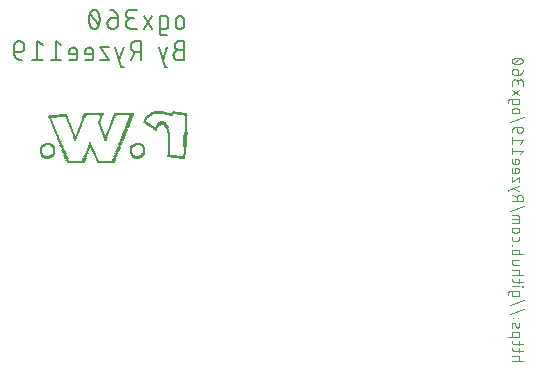
<source format=gbr>
G04 EAGLE Gerber RS-274X export*
G75*
%MOMM*%
%FSLAX34Y34*%
%LPD*%
%INSilkscreen Bottom*%
%IPPOS*%
%AMOC8*
5,1,8,0,0,1.08239X$1,22.5*%
G01*
%ADD10C,0.152400*%
%ADD11R,1.447800X0.038100*%
%ADD12R,1.524000X0.038100*%
%ADD13R,1.600200X0.038100*%
%ADD14R,0.266700X0.038100*%
%ADD15R,0.228600X0.038100*%
%ADD16R,0.190500X0.038100*%
%ADD17R,0.342900X0.038100*%
%ADD18R,0.304800X0.038100*%
%ADD19R,0.533400X0.038100*%
%ADD20R,0.571500X0.038100*%
%ADD21R,0.838200X0.038100*%
%ADD22R,0.723900X0.038100*%
%ADD23R,0.685800X0.038100*%
%ADD24R,1.181100X0.038100*%
%ADD25R,0.914400X0.038100*%
%ADD26R,0.952500X0.038100*%
%ADD27R,0.457200X0.038100*%
%ADD28R,0.495300X0.038100*%
%ADD29R,0.381000X0.038100*%
%ADD30R,0.152400X0.038100*%
%ADD31R,0.419100X0.038100*%
%ADD32R,0.876300X0.038100*%
%ADD33R,0.114300X0.038100*%
%ADD34R,0.076200X0.038100*%
%ADD35R,0.038100X0.038100*%
%ADD36R,0.762000X0.038100*%
%ADD37R,0.609600X0.038100*%
%ADD38R,1.257300X0.038100*%
%ADD39R,1.638300X0.038100*%
%ADD40R,1.066800X0.038100*%
%ADD41R,1.714500X0.038100*%
%ADD42R,1.676400X0.038100*%
%ADD43R,2.057400X0.038100*%
%ADD44R,1.333500X0.038100*%
%ADD45R,1.485900X0.038100*%
%ADD46R,1.295400X0.038100*%
%ADD47R,1.104900X0.038100*%
%ADD48C,0.076200*%


D10*
X161163Y329494D02*
X161163Y333107D01*
X161161Y333226D01*
X161155Y333346D01*
X161145Y333465D01*
X161131Y333583D01*
X161114Y333702D01*
X161092Y333819D01*
X161067Y333936D01*
X161037Y334051D01*
X161004Y334166D01*
X160967Y334280D01*
X160927Y334392D01*
X160882Y334503D01*
X160834Y334612D01*
X160783Y334720D01*
X160728Y334826D01*
X160669Y334930D01*
X160607Y335032D01*
X160542Y335132D01*
X160473Y335230D01*
X160401Y335326D01*
X160326Y335419D01*
X160249Y335509D01*
X160168Y335597D01*
X160084Y335682D01*
X159997Y335764D01*
X159908Y335844D01*
X159816Y335920D01*
X159722Y335994D01*
X159625Y336064D01*
X159527Y336131D01*
X159426Y336195D01*
X159322Y336255D01*
X159217Y336312D01*
X159110Y336365D01*
X159002Y336415D01*
X158892Y336461D01*
X158780Y336503D01*
X158667Y336542D01*
X158553Y336577D01*
X158438Y336608D01*
X158321Y336636D01*
X158204Y336659D01*
X158087Y336679D01*
X157968Y336695D01*
X157849Y336707D01*
X157730Y336715D01*
X157611Y336719D01*
X157491Y336719D01*
X157372Y336715D01*
X157253Y336707D01*
X157134Y336695D01*
X157015Y336679D01*
X156898Y336659D01*
X156781Y336636D01*
X156664Y336608D01*
X156549Y336577D01*
X156435Y336542D01*
X156322Y336503D01*
X156210Y336461D01*
X156100Y336415D01*
X155992Y336365D01*
X155885Y336312D01*
X155780Y336255D01*
X155676Y336195D01*
X155575Y336131D01*
X155477Y336064D01*
X155380Y335994D01*
X155286Y335920D01*
X155194Y335844D01*
X155105Y335764D01*
X155018Y335682D01*
X154934Y335597D01*
X154853Y335509D01*
X154776Y335419D01*
X154701Y335326D01*
X154629Y335230D01*
X154560Y335132D01*
X154495Y335032D01*
X154433Y334930D01*
X154374Y334826D01*
X154319Y334720D01*
X154268Y334612D01*
X154220Y334503D01*
X154175Y334392D01*
X154135Y334280D01*
X154098Y334166D01*
X154065Y334051D01*
X154035Y333936D01*
X154010Y333819D01*
X153988Y333702D01*
X153971Y333583D01*
X153957Y333465D01*
X153947Y333346D01*
X153941Y333226D01*
X153939Y333107D01*
X153938Y333107D02*
X153938Y329494D01*
X153939Y329494D02*
X153941Y329375D01*
X153947Y329255D01*
X153957Y329136D01*
X153971Y329018D01*
X153988Y328899D01*
X154010Y328782D01*
X154035Y328665D01*
X154065Y328550D01*
X154098Y328435D01*
X154135Y328321D01*
X154175Y328209D01*
X154220Y328098D01*
X154268Y327989D01*
X154319Y327881D01*
X154374Y327775D01*
X154433Y327671D01*
X154495Y327569D01*
X154560Y327469D01*
X154629Y327371D01*
X154701Y327275D01*
X154776Y327182D01*
X154853Y327092D01*
X154934Y327004D01*
X155018Y326919D01*
X155105Y326837D01*
X155194Y326757D01*
X155286Y326681D01*
X155380Y326607D01*
X155477Y326537D01*
X155575Y326470D01*
X155676Y326406D01*
X155780Y326346D01*
X155885Y326289D01*
X155992Y326236D01*
X156100Y326186D01*
X156210Y326140D01*
X156322Y326098D01*
X156435Y326059D01*
X156549Y326024D01*
X156664Y325993D01*
X156781Y325965D01*
X156898Y325942D01*
X157015Y325922D01*
X157134Y325906D01*
X157253Y325894D01*
X157372Y325886D01*
X157491Y325882D01*
X157611Y325882D01*
X157730Y325886D01*
X157849Y325894D01*
X157968Y325906D01*
X158087Y325922D01*
X158204Y325942D01*
X158321Y325965D01*
X158438Y325993D01*
X158553Y326024D01*
X158667Y326059D01*
X158780Y326098D01*
X158892Y326140D01*
X159002Y326186D01*
X159110Y326236D01*
X159217Y326289D01*
X159322Y326346D01*
X159426Y326406D01*
X159527Y326470D01*
X159625Y326537D01*
X159722Y326607D01*
X159816Y326681D01*
X159908Y326757D01*
X159997Y326837D01*
X160084Y326919D01*
X160168Y327004D01*
X160249Y327092D01*
X160326Y327182D01*
X160401Y327275D01*
X160473Y327371D01*
X160542Y327469D01*
X160607Y327569D01*
X160669Y327671D01*
X160728Y327775D01*
X160783Y327881D01*
X160834Y327989D01*
X160882Y328098D01*
X160927Y328209D01*
X160967Y328321D01*
X161004Y328435D01*
X161037Y328550D01*
X161067Y328665D01*
X161092Y328782D01*
X161114Y328899D01*
X161131Y329018D01*
X161145Y329136D01*
X161155Y329255D01*
X161161Y329375D01*
X161163Y329494D01*
X144980Y325882D02*
X140464Y325882D01*
X144980Y325882D02*
X145081Y325884D01*
X145182Y325890D01*
X145283Y325899D01*
X145384Y325912D01*
X145484Y325929D01*
X145583Y325950D01*
X145681Y325974D01*
X145778Y326002D01*
X145875Y326034D01*
X145970Y326069D01*
X146063Y326108D01*
X146155Y326150D01*
X146246Y326196D01*
X146335Y326245D01*
X146421Y326297D01*
X146506Y326353D01*
X146589Y326411D01*
X146669Y326473D01*
X146747Y326538D01*
X146823Y326605D01*
X146896Y326675D01*
X146966Y326748D01*
X147033Y326824D01*
X147098Y326902D01*
X147160Y326982D01*
X147218Y327065D01*
X147274Y327150D01*
X147326Y327237D01*
X147375Y327325D01*
X147421Y327416D01*
X147463Y327508D01*
X147502Y327601D01*
X147537Y327696D01*
X147569Y327793D01*
X147597Y327890D01*
X147621Y327988D01*
X147642Y328087D01*
X147659Y328187D01*
X147672Y328288D01*
X147681Y328389D01*
X147687Y328490D01*
X147689Y328591D01*
X147689Y334010D01*
X147687Y334111D01*
X147681Y334212D01*
X147672Y334313D01*
X147659Y334414D01*
X147642Y334514D01*
X147621Y334613D01*
X147597Y334711D01*
X147569Y334808D01*
X147537Y334905D01*
X147502Y335000D01*
X147463Y335093D01*
X147421Y335185D01*
X147375Y335276D01*
X147326Y335365D01*
X147274Y335451D01*
X147218Y335536D01*
X147160Y335619D01*
X147098Y335699D01*
X147033Y335777D01*
X146966Y335853D01*
X146896Y335926D01*
X146823Y335996D01*
X146747Y336063D01*
X146669Y336128D01*
X146589Y336190D01*
X146506Y336248D01*
X146421Y336304D01*
X146335Y336356D01*
X146246Y336405D01*
X146155Y336451D01*
X146063Y336493D01*
X145970Y336532D01*
X145875Y336567D01*
X145778Y336599D01*
X145681Y336627D01*
X145583Y336651D01*
X145484Y336672D01*
X145384Y336689D01*
X145283Y336702D01*
X145182Y336711D01*
X145081Y336717D01*
X144980Y336719D01*
X140464Y336719D01*
X140464Y323173D01*
X140465Y323173D02*
X140467Y323072D01*
X140473Y322971D01*
X140482Y322870D01*
X140495Y322769D01*
X140512Y322669D01*
X140533Y322570D01*
X140557Y322472D01*
X140585Y322375D01*
X140617Y322278D01*
X140652Y322183D01*
X140691Y322090D01*
X140733Y321998D01*
X140779Y321907D01*
X140828Y321819D01*
X140880Y321732D01*
X140936Y321647D01*
X140994Y321564D01*
X141056Y321484D01*
X141121Y321406D01*
X141188Y321330D01*
X141258Y321257D01*
X141331Y321187D01*
X141407Y321120D01*
X141485Y321055D01*
X141565Y320993D01*
X141648Y320935D01*
X141733Y320879D01*
X141820Y320827D01*
X141908Y320778D01*
X141999Y320732D01*
X142091Y320690D01*
X142184Y320651D01*
X142279Y320616D01*
X142376Y320584D01*
X142473Y320556D01*
X142571Y320532D01*
X142670Y320511D01*
X142770Y320494D01*
X142871Y320481D01*
X142972Y320472D01*
X143073Y320466D01*
X143174Y320464D01*
X143174Y320463D02*
X146786Y320463D01*
X134069Y325882D02*
X126844Y336719D01*
X134069Y336719D02*
X126844Y325882D01*
X120904Y325882D02*
X116388Y325882D01*
X116255Y325884D01*
X116123Y325890D01*
X115991Y325900D01*
X115859Y325913D01*
X115727Y325931D01*
X115597Y325952D01*
X115466Y325977D01*
X115337Y326006D01*
X115209Y326039D01*
X115081Y326075D01*
X114955Y326115D01*
X114830Y326159D01*
X114706Y326207D01*
X114584Y326258D01*
X114463Y326313D01*
X114344Y326371D01*
X114226Y326433D01*
X114111Y326498D01*
X113997Y326567D01*
X113886Y326638D01*
X113777Y326714D01*
X113670Y326792D01*
X113565Y326873D01*
X113463Y326958D01*
X113363Y327045D01*
X113266Y327135D01*
X113171Y327228D01*
X113080Y327324D01*
X112991Y327422D01*
X112905Y327523D01*
X112822Y327627D01*
X112742Y327733D01*
X112666Y327841D01*
X112592Y327951D01*
X112522Y328064D01*
X112455Y328178D01*
X112392Y328295D01*
X112332Y328413D01*
X112275Y328533D01*
X112222Y328655D01*
X112173Y328778D01*
X112127Y328902D01*
X112085Y329028D01*
X112047Y329155D01*
X112012Y329283D01*
X111981Y329412D01*
X111954Y329541D01*
X111931Y329672D01*
X111911Y329803D01*
X111896Y329935D01*
X111884Y330067D01*
X111876Y330199D01*
X111872Y330332D01*
X111872Y330464D01*
X111876Y330597D01*
X111884Y330729D01*
X111896Y330861D01*
X111911Y330993D01*
X111931Y331124D01*
X111954Y331255D01*
X111981Y331384D01*
X112012Y331513D01*
X112047Y331641D01*
X112085Y331768D01*
X112127Y331894D01*
X112173Y332018D01*
X112222Y332141D01*
X112275Y332263D01*
X112332Y332383D01*
X112392Y332501D01*
X112455Y332618D01*
X112522Y332732D01*
X112592Y332845D01*
X112666Y332955D01*
X112742Y333063D01*
X112822Y333169D01*
X112905Y333273D01*
X112991Y333374D01*
X113080Y333472D01*
X113171Y333568D01*
X113266Y333661D01*
X113363Y333751D01*
X113463Y333838D01*
X113565Y333923D01*
X113670Y334004D01*
X113777Y334082D01*
X113886Y334158D01*
X113997Y334229D01*
X114111Y334298D01*
X114226Y334363D01*
X114344Y334425D01*
X114463Y334483D01*
X114584Y334538D01*
X114706Y334589D01*
X114830Y334637D01*
X114955Y334681D01*
X115081Y334721D01*
X115209Y334757D01*
X115337Y334790D01*
X115466Y334819D01*
X115597Y334844D01*
X115727Y334865D01*
X115859Y334883D01*
X115991Y334896D01*
X116123Y334906D01*
X116255Y334912D01*
X116388Y334914D01*
X115485Y342138D02*
X120904Y342138D01*
X115485Y342138D02*
X115366Y342136D01*
X115246Y342130D01*
X115127Y342120D01*
X115009Y342106D01*
X114890Y342089D01*
X114773Y342067D01*
X114656Y342042D01*
X114541Y342012D01*
X114426Y341979D01*
X114312Y341942D01*
X114200Y341902D01*
X114089Y341857D01*
X113980Y341809D01*
X113872Y341758D01*
X113766Y341703D01*
X113662Y341644D01*
X113560Y341582D01*
X113460Y341517D01*
X113362Y341448D01*
X113266Y341376D01*
X113173Y341301D01*
X113083Y341224D01*
X112995Y341143D01*
X112910Y341059D01*
X112828Y340972D01*
X112748Y340883D01*
X112672Y340791D01*
X112598Y340697D01*
X112528Y340600D01*
X112461Y340502D01*
X112397Y340401D01*
X112337Y340297D01*
X112280Y340192D01*
X112227Y340085D01*
X112177Y339977D01*
X112131Y339867D01*
X112089Y339755D01*
X112050Y339642D01*
X112015Y339528D01*
X111984Y339413D01*
X111956Y339296D01*
X111933Y339179D01*
X111913Y339062D01*
X111897Y338943D01*
X111885Y338824D01*
X111877Y338705D01*
X111873Y338586D01*
X111873Y338466D01*
X111877Y338347D01*
X111885Y338228D01*
X111897Y338109D01*
X111913Y337990D01*
X111933Y337873D01*
X111956Y337756D01*
X111984Y337639D01*
X112015Y337524D01*
X112050Y337410D01*
X112089Y337297D01*
X112131Y337185D01*
X112177Y337075D01*
X112227Y336967D01*
X112280Y336860D01*
X112337Y336755D01*
X112397Y336651D01*
X112461Y336550D01*
X112528Y336452D01*
X112598Y336355D01*
X112672Y336261D01*
X112748Y336169D01*
X112828Y336080D01*
X112910Y335993D01*
X112995Y335909D01*
X113083Y335828D01*
X113173Y335751D01*
X113266Y335676D01*
X113362Y335604D01*
X113460Y335535D01*
X113560Y335470D01*
X113662Y335408D01*
X113766Y335349D01*
X113872Y335294D01*
X113980Y335243D01*
X114089Y335195D01*
X114200Y335150D01*
X114312Y335110D01*
X114426Y335073D01*
X114541Y335040D01*
X114656Y335010D01*
X114773Y334985D01*
X114890Y334963D01*
X115009Y334946D01*
X115127Y334932D01*
X115246Y334922D01*
X115366Y334916D01*
X115485Y334914D01*
X115485Y334913D02*
X119098Y334913D01*
X105273Y334913D02*
X99854Y334913D01*
X99736Y334911D01*
X99618Y334905D01*
X99500Y334896D01*
X99383Y334882D01*
X99266Y334865D01*
X99149Y334844D01*
X99034Y334819D01*
X98919Y334790D01*
X98805Y334757D01*
X98693Y334721D01*
X98582Y334681D01*
X98472Y334638D01*
X98363Y334591D01*
X98256Y334541D01*
X98151Y334486D01*
X98048Y334429D01*
X97947Y334368D01*
X97847Y334304D01*
X97750Y334237D01*
X97655Y334167D01*
X97563Y334093D01*
X97472Y334017D01*
X97385Y333937D01*
X97300Y333855D01*
X97218Y333770D01*
X97138Y333683D01*
X97062Y333592D01*
X96988Y333500D01*
X96918Y333405D01*
X96851Y333308D01*
X96787Y333208D01*
X96726Y333107D01*
X96669Y333004D01*
X96614Y332899D01*
X96564Y332792D01*
X96517Y332683D01*
X96474Y332573D01*
X96434Y332462D01*
X96398Y332350D01*
X96365Y332236D01*
X96336Y332121D01*
X96311Y332006D01*
X96290Y331889D01*
X96273Y331772D01*
X96259Y331655D01*
X96250Y331537D01*
X96244Y331419D01*
X96242Y331301D01*
X96242Y330398D01*
X96241Y330398D02*
X96243Y330265D01*
X96249Y330133D01*
X96259Y330001D01*
X96272Y329869D01*
X96290Y329737D01*
X96311Y329607D01*
X96336Y329476D01*
X96365Y329347D01*
X96398Y329219D01*
X96434Y329091D01*
X96474Y328965D01*
X96518Y328840D01*
X96566Y328716D01*
X96617Y328594D01*
X96672Y328473D01*
X96730Y328354D01*
X96792Y328236D01*
X96857Y328121D01*
X96926Y328007D01*
X96997Y327896D01*
X97073Y327787D01*
X97151Y327680D01*
X97232Y327575D01*
X97317Y327473D01*
X97404Y327373D01*
X97494Y327276D01*
X97587Y327181D01*
X97683Y327090D01*
X97781Y327001D01*
X97882Y326915D01*
X97986Y326832D01*
X98092Y326752D01*
X98200Y326676D01*
X98310Y326602D01*
X98423Y326532D01*
X98537Y326465D01*
X98654Y326402D01*
X98772Y326342D01*
X98892Y326285D01*
X99014Y326232D01*
X99137Y326183D01*
X99261Y326137D01*
X99387Y326095D01*
X99514Y326057D01*
X99642Y326022D01*
X99771Y325991D01*
X99900Y325964D01*
X100031Y325941D01*
X100162Y325921D01*
X100294Y325906D01*
X100426Y325894D01*
X100558Y325886D01*
X100691Y325882D01*
X100823Y325882D01*
X100956Y325886D01*
X101088Y325894D01*
X101220Y325906D01*
X101352Y325921D01*
X101483Y325941D01*
X101614Y325964D01*
X101743Y325991D01*
X101872Y326022D01*
X102000Y326057D01*
X102127Y326095D01*
X102253Y326137D01*
X102377Y326183D01*
X102500Y326232D01*
X102622Y326285D01*
X102742Y326342D01*
X102860Y326402D01*
X102977Y326465D01*
X103091Y326532D01*
X103204Y326602D01*
X103314Y326676D01*
X103422Y326752D01*
X103528Y326832D01*
X103632Y326915D01*
X103733Y327001D01*
X103831Y327090D01*
X103927Y327181D01*
X104020Y327276D01*
X104110Y327373D01*
X104197Y327473D01*
X104282Y327575D01*
X104363Y327680D01*
X104441Y327787D01*
X104517Y327896D01*
X104588Y328007D01*
X104657Y328121D01*
X104722Y328236D01*
X104784Y328354D01*
X104842Y328473D01*
X104897Y328594D01*
X104948Y328716D01*
X104996Y328840D01*
X105040Y328965D01*
X105080Y329091D01*
X105116Y329219D01*
X105149Y329347D01*
X105178Y329476D01*
X105203Y329607D01*
X105224Y329737D01*
X105242Y329869D01*
X105255Y330001D01*
X105265Y330133D01*
X105271Y330265D01*
X105273Y330398D01*
X105273Y334913D01*
X105271Y335088D01*
X105265Y335262D01*
X105254Y335436D01*
X105239Y335610D01*
X105220Y335784D01*
X105197Y335957D01*
X105170Y336129D01*
X105138Y336301D01*
X105103Y336472D01*
X105063Y336642D01*
X105019Y336811D01*
X104971Y336979D01*
X104919Y337146D01*
X104863Y337311D01*
X104803Y337475D01*
X104740Y337638D01*
X104672Y337798D01*
X104600Y337958D01*
X104525Y338115D01*
X104445Y338271D01*
X104362Y338424D01*
X104276Y338576D01*
X104185Y338725D01*
X104091Y338872D01*
X103994Y339017D01*
X103893Y339160D01*
X103789Y339300D01*
X103681Y339437D01*
X103570Y339572D01*
X103456Y339704D01*
X103339Y339833D01*
X103218Y339960D01*
X103095Y340083D01*
X102968Y340204D01*
X102839Y340321D01*
X102707Y340435D01*
X102572Y340546D01*
X102435Y340654D01*
X102295Y340758D01*
X102152Y340859D01*
X102007Y340956D01*
X101860Y341050D01*
X101711Y341141D01*
X101559Y341227D01*
X101406Y341310D01*
X101250Y341390D01*
X101093Y341465D01*
X100933Y341537D01*
X100773Y341605D01*
X100610Y341668D01*
X100446Y341728D01*
X100281Y341784D01*
X100114Y341836D01*
X99946Y341884D01*
X99777Y341928D01*
X99607Y341968D01*
X99436Y342003D01*
X99264Y342035D01*
X99092Y342062D01*
X98919Y342085D01*
X98745Y342104D01*
X98571Y342119D01*
X98397Y342130D01*
X98223Y342136D01*
X98048Y342138D01*
X88286Y339880D02*
X88423Y339591D01*
X88553Y339299D01*
X88676Y339003D01*
X88791Y338705D01*
X88900Y338404D01*
X89001Y338101D01*
X89095Y337795D01*
X89182Y337488D01*
X89261Y337178D01*
X89333Y336866D01*
X89397Y336553D01*
X89454Y336238D01*
X89504Y335922D01*
X89546Y335605D01*
X89580Y335287D01*
X89607Y334969D01*
X89626Y334649D01*
X89637Y334330D01*
X89641Y334010D01*
X88287Y339881D02*
X88248Y339989D01*
X88205Y340096D01*
X88159Y340201D01*
X88108Y340305D01*
X88055Y340407D01*
X87998Y340507D01*
X87937Y340605D01*
X87873Y340700D01*
X87806Y340794D01*
X87735Y340885D01*
X87662Y340974D01*
X87585Y341060D01*
X87506Y341143D01*
X87424Y341224D01*
X87339Y341302D01*
X87251Y341376D01*
X87161Y341448D01*
X87069Y341516D01*
X86974Y341582D01*
X86877Y341644D01*
X86778Y341702D01*
X86676Y341758D01*
X86574Y341809D01*
X86469Y341857D01*
X86363Y341902D01*
X86255Y341943D01*
X86146Y341980D01*
X86036Y342013D01*
X85924Y342042D01*
X85812Y342068D01*
X85699Y342090D01*
X85585Y342107D01*
X85471Y342121D01*
X85356Y342131D01*
X85241Y342137D01*
X85126Y342139D01*
X85126Y342138D02*
X85011Y342136D01*
X84896Y342130D01*
X84781Y342120D01*
X84667Y342106D01*
X84553Y342089D01*
X84440Y342067D01*
X84328Y342041D01*
X84216Y342012D01*
X84106Y341979D01*
X83997Y341942D01*
X83889Y341901D01*
X83783Y341856D01*
X83679Y341808D01*
X83576Y341757D01*
X83475Y341701D01*
X83375Y341643D01*
X83278Y341581D01*
X83184Y341516D01*
X83091Y341447D01*
X83001Y341375D01*
X82913Y341301D01*
X82828Y341223D01*
X82746Y341142D01*
X82667Y341059D01*
X82590Y340973D01*
X82517Y340884D01*
X82446Y340793D01*
X82379Y340699D01*
X82315Y340604D01*
X82254Y340506D01*
X82197Y340406D01*
X82144Y340304D01*
X82093Y340200D01*
X82047Y340095D01*
X82004Y339988D01*
X81965Y339880D01*
X81966Y339880D02*
X81829Y339591D01*
X81699Y339299D01*
X81576Y339003D01*
X81461Y338705D01*
X81352Y338404D01*
X81251Y338101D01*
X81157Y337795D01*
X81070Y337488D01*
X80991Y337178D01*
X80919Y336866D01*
X80855Y336553D01*
X80798Y336238D01*
X80748Y335922D01*
X80706Y335605D01*
X80672Y335287D01*
X80645Y334969D01*
X80626Y334649D01*
X80615Y334330D01*
X80611Y334010D01*
X89641Y334010D02*
X89637Y333690D01*
X89626Y333371D01*
X89607Y333051D01*
X89580Y332733D01*
X89546Y332415D01*
X89504Y332098D01*
X89454Y331782D01*
X89397Y331467D01*
X89333Y331154D01*
X89261Y330842D01*
X89182Y330532D01*
X89095Y330225D01*
X89001Y329919D01*
X88900Y329616D01*
X88791Y329315D01*
X88676Y329017D01*
X88553Y328721D01*
X88423Y328429D01*
X88286Y328140D01*
X88287Y328140D02*
X88248Y328032D01*
X88205Y327925D01*
X88159Y327820D01*
X88108Y327716D01*
X88055Y327614D01*
X87998Y327514D01*
X87937Y327416D01*
X87873Y327321D01*
X87806Y327227D01*
X87735Y327136D01*
X87662Y327047D01*
X87585Y326961D01*
X87506Y326878D01*
X87424Y326797D01*
X87339Y326719D01*
X87251Y326645D01*
X87161Y326573D01*
X87068Y326504D01*
X86974Y326439D01*
X86877Y326377D01*
X86777Y326319D01*
X86676Y326263D01*
X86574Y326212D01*
X86469Y326164D01*
X86363Y326119D01*
X86255Y326078D01*
X86146Y326041D01*
X86036Y326008D01*
X85924Y325979D01*
X85812Y325953D01*
X85699Y325931D01*
X85585Y325914D01*
X85471Y325900D01*
X85356Y325890D01*
X85241Y325884D01*
X85126Y325882D01*
X81966Y328140D02*
X81829Y328429D01*
X81699Y328721D01*
X81576Y329017D01*
X81461Y329315D01*
X81352Y329616D01*
X81251Y329919D01*
X81157Y330225D01*
X81070Y330532D01*
X80991Y330842D01*
X80919Y331154D01*
X80855Y331467D01*
X80798Y331782D01*
X80748Y332098D01*
X80706Y332415D01*
X80672Y332733D01*
X80645Y333051D01*
X80626Y333371D01*
X80615Y333690D01*
X80611Y334010D01*
X81965Y328140D02*
X82004Y328032D01*
X82047Y327925D01*
X82093Y327820D01*
X82144Y327716D01*
X82197Y327614D01*
X82255Y327514D01*
X82315Y327416D01*
X82379Y327321D01*
X82446Y327227D01*
X82517Y327136D01*
X82590Y327047D01*
X82667Y326961D01*
X82746Y326878D01*
X82828Y326797D01*
X82913Y326719D01*
X83001Y326645D01*
X83091Y326573D01*
X83184Y326504D01*
X83278Y326439D01*
X83375Y326377D01*
X83475Y326319D01*
X83576Y326263D01*
X83679Y326212D01*
X83783Y326164D01*
X83889Y326119D01*
X83997Y326078D01*
X84106Y326041D01*
X84216Y326008D01*
X84328Y325979D01*
X84440Y325953D01*
X84553Y325931D01*
X84667Y325914D01*
X84781Y325900D01*
X84896Y325890D01*
X85011Y325884D01*
X85126Y325882D01*
X88738Y329494D02*
X81514Y338526D01*
X156647Y308243D02*
X161163Y308243D01*
X156647Y308244D02*
X156514Y308242D01*
X156382Y308236D01*
X156250Y308226D01*
X156118Y308213D01*
X155986Y308195D01*
X155856Y308174D01*
X155725Y308149D01*
X155596Y308120D01*
X155468Y308087D01*
X155340Y308051D01*
X155214Y308011D01*
X155089Y307967D01*
X154965Y307919D01*
X154843Y307868D01*
X154722Y307813D01*
X154603Y307755D01*
X154485Y307693D01*
X154370Y307628D01*
X154256Y307559D01*
X154145Y307488D01*
X154036Y307412D01*
X153929Y307334D01*
X153824Y307253D01*
X153722Y307168D01*
X153622Y307081D01*
X153525Y306991D01*
X153430Y306898D01*
X153339Y306802D01*
X153250Y306704D01*
X153164Y306603D01*
X153081Y306499D01*
X153001Y306393D01*
X152925Y306285D01*
X152851Y306175D01*
X152781Y306062D01*
X152714Y305948D01*
X152651Y305831D01*
X152591Y305713D01*
X152534Y305593D01*
X152481Y305471D01*
X152432Y305348D01*
X152386Y305224D01*
X152344Y305098D01*
X152306Y304971D01*
X152271Y304843D01*
X152240Y304714D01*
X152213Y304585D01*
X152190Y304454D01*
X152170Y304323D01*
X152155Y304191D01*
X152143Y304059D01*
X152135Y303927D01*
X152131Y303794D01*
X152131Y303662D01*
X152135Y303529D01*
X152143Y303397D01*
X152155Y303265D01*
X152170Y303133D01*
X152190Y303002D01*
X152213Y302871D01*
X152240Y302742D01*
X152271Y302613D01*
X152306Y302485D01*
X152344Y302358D01*
X152386Y302232D01*
X152432Y302108D01*
X152481Y301985D01*
X152534Y301863D01*
X152591Y301743D01*
X152651Y301625D01*
X152714Y301508D01*
X152781Y301394D01*
X152851Y301281D01*
X152925Y301171D01*
X153001Y301063D01*
X153081Y300957D01*
X153164Y300853D01*
X153250Y300752D01*
X153339Y300654D01*
X153430Y300558D01*
X153525Y300465D01*
X153622Y300375D01*
X153722Y300288D01*
X153824Y300203D01*
X153929Y300122D01*
X154036Y300044D01*
X154145Y299968D01*
X154256Y299897D01*
X154370Y299828D01*
X154485Y299763D01*
X154603Y299701D01*
X154722Y299643D01*
X154843Y299588D01*
X154965Y299537D01*
X155089Y299489D01*
X155214Y299445D01*
X155340Y299405D01*
X155468Y299369D01*
X155596Y299336D01*
X155725Y299307D01*
X155856Y299282D01*
X155986Y299261D01*
X156118Y299243D01*
X156250Y299230D01*
X156382Y299220D01*
X156514Y299214D01*
X156647Y299212D01*
X161163Y299212D01*
X161163Y315468D01*
X156647Y315468D01*
X156528Y315466D01*
X156408Y315460D01*
X156289Y315450D01*
X156171Y315436D01*
X156052Y315419D01*
X155935Y315397D01*
X155818Y315372D01*
X155703Y315342D01*
X155588Y315309D01*
X155474Y315272D01*
X155362Y315232D01*
X155251Y315187D01*
X155142Y315139D01*
X155034Y315088D01*
X154928Y315033D01*
X154824Y314974D01*
X154722Y314912D01*
X154622Y314847D01*
X154524Y314778D01*
X154428Y314706D01*
X154335Y314631D01*
X154245Y314554D01*
X154157Y314473D01*
X154072Y314389D01*
X153990Y314302D01*
X153910Y314213D01*
X153834Y314121D01*
X153760Y314027D01*
X153690Y313930D01*
X153623Y313832D01*
X153559Y313731D01*
X153499Y313627D01*
X153442Y313522D01*
X153389Y313415D01*
X153339Y313307D01*
X153293Y313197D01*
X153251Y313085D01*
X153212Y312972D01*
X153177Y312858D01*
X153146Y312743D01*
X153118Y312626D01*
X153095Y312509D01*
X153075Y312392D01*
X153059Y312273D01*
X153047Y312154D01*
X153039Y312035D01*
X153035Y311916D01*
X153035Y311796D01*
X153039Y311677D01*
X153047Y311558D01*
X153059Y311439D01*
X153075Y311320D01*
X153095Y311203D01*
X153118Y311086D01*
X153146Y310969D01*
X153177Y310854D01*
X153212Y310740D01*
X153251Y310627D01*
X153293Y310515D01*
X153339Y310405D01*
X153389Y310297D01*
X153442Y310190D01*
X153499Y310085D01*
X153559Y309981D01*
X153623Y309880D01*
X153690Y309782D01*
X153760Y309685D01*
X153834Y309591D01*
X153910Y309499D01*
X153990Y309410D01*
X154072Y309323D01*
X154157Y309239D01*
X154245Y309158D01*
X154335Y309081D01*
X154428Y309006D01*
X154524Y308934D01*
X154622Y308865D01*
X154722Y308800D01*
X154824Y308738D01*
X154928Y308679D01*
X155034Y308624D01*
X155142Y308573D01*
X155251Y308525D01*
X155362Y308480D01*
X155474Y308440D01*
X155588Y308403D01*
X155703Y308370D01*
X155818Y308340D01*
X155935Y308315D01*
X156052Y308293D01*
X156171Y308276D01*
X156289Y308262D01*
X156408Y308252D01*
X156528Y308246D01*
X156647Y308244D01*
X146924Y293793D02*
X145118Y293793D01*
X139699Y310049D01*
X146924Y310049D02*
X143311Y299212D01*
X124810Y299212D02*
X124810Y315468D01*
X120294Y315468D01*
X120161Y315466D01*
X120029Y315460D01*
X119897Y315450D01*
X119765Y315437D01*
X119633Y315419D01*
X119503Y315398D01*
X119372Y315373D01*
X119243Y315344D01*
X119115Y315311D01*
X118987Y315275D01*
X118861Y315235D01*
X118736Y315191D01*
X118612Y315143D01*
X118490Y315092D01*
X118369Y315037D01*
X118250Y314979D01*
X118132Y314917D01*
X118017Y314852D01*
X117903Y314783D01*
X117792Y314712D01*
X117683Y314636D01*
X117576Y314558D01*
X117471Y314477D01*
X117369Y314392D01*
X117269Y314305D01*
X117172Y314215D01*
X117077Y314122D01*
X116986Y314026D01*
X116897Y313928D01*
X116811Y313827D01*
X116728Y313723D01*
X116648Y313617D01*
X116572Y313509D01*
X116498Y313399D01*
X116428Y313286D01*
X116361Y313172D01*
X116298Y313055D01*
X116238Y312937D01*
X116181Y312817D01*
X116128Y312695D01*
X116079Y312572D01*
X116033Y312448D01*
X115991Y312322D01*
X115953Y312195D01*
X115918Y312067D01*
X115887Y311938D01*
X115860Y311809D01*
X115837Y311678D01*
X115817Y311547D01*
X115802Y311415D01*
X115790Y311283D01*
X115782Y311151D01*
X115778Y311018D01*
X115778Y310886D01*
X115782Y310753D01*
X115790Y310621D01*
X115802Y310489D01*
X115817Y310357D01*
X115837Y310226D01*
X115860Y310095D01*
X115887Y309966D01*
X115918Y309837D01*
X115953Y309709D01*
X115991Y309582D01*
X116033Y309456D01*
X116079Y309332D01*
X116128Y309209D01*
X116181Y309087D01*
X116238Y308967D01*
X116298Y308849D01*
X116361Y308732D01*
X116428Y308618D01*
X116498Y308505D01*
X116572Y308395D01*
X116648Y308287D01*
X116728Y308181D01*
X116811Y308077D01*
X116897Y307976D01*
X116986Y307878D01*
X117077Y307782D01*
X117172Y307689D01*
X117269Y307599D01*
X117369Y307512D01*
X117471Y307427D01*
X117576Y307346D01*
X117683Y307268D01*
X117792Y307192D01*
X117903Y307121D01*
X118017Y307052D01*
X118132Y306987D01*
X118250Y306925D01*
X118369Y306867D01*
X118490Y306812D01*
X118612Y306761D01*
X118736Y306713D01*
X118861Y306669D01*
X118987Y306629D01*
X119115Y306593D01*
X119243Y306560D01*
X119372Y306531D01*
X119503Y306506D01*
X119633Y306485D01*
X119765Y306467D01*
X119897Y306454D01*
X120029Y306444D01*
X120161Y306438D01*
X120294Y306436D01*
X120294Y306437D02*
X124810Y306437D01*
X119391Y306437D02*
X115779Y299212D01*
X109930Y293793D02*
X108124Y293793D01*
X102705Y310049D01*
X109930Y310049D02*
X106318Y299212D01*
X97425Y310049D02*
X90200Y310049D01*
X97425Y299212D01*
X90200Y299212D01*
X81690Y299212D02*
X77174Y299212D01*
X81690Y299212D02*
X81791Y299214D01*
X81892Y299220D01*
X81993Y299229D01*
X82094Y299242D01*
X82194Y299259D01*
X82293Y299280D01*
X82391Y299304D01*
X82488Y299332D01*
X82585Y299364D01*
X82680Y299399D01*
X82773Y299438D01*
X82865Y299480D01*
X82956Y299526D01*
X83044Y299575D01*
X83131Y299627D01*
X83216Y299683D01*
X83299Y299741D01*
X83379Y299803D01*
X83457Y299868D01*
X83533Y299935D01*
X83606Y300005D01*
X83676Y300078D01*
X83743Y300154D01*
X83808Y300232D01*
X83870Y300312D01*
X83928Y300395D01*
X83984Y300480D01*
X84036Y300567D01*
X84085Y300655D01*
X84131Y300746D01*
X84173Y300838D01*
X84212Y300931D01*
X84247Y301026D01*
X84279Y301123D01*
X84307Y301220D01*
X84331Y301318D01*
X84352Y301417D01*
X84369Y301517D01*
X84382Y301618D01*
X84391Y301719D01*
X84397Y301820D01*
X84399Y301921D01*
X84399Y306437D01*
X84397Y306556D01*
X84391Y306676D01*
X84381Y306795D01*
X84367Y306913D01*
X84350Y307032D01*
X84328Y307149D01*
X84303Y307266D01*
X84273Y307381D01*
X84240Y307496D01*
X84203Y307610D01*
X84163Y307722D01*
X84118Y307833D01*
X84070Y307942D01*
X84019Y308050D01*
X83964Y308156D01*
X83905Y308260D01*
X83843Y308362D01*
X83778Y308462D01*
X83709Y308560D01*
X83637Y308656D01*
X83562Y308749D01*
X83485Y308839D01*
X83404Y308927D01*
X83320Y309012D01*
X83233Y309094D01*
X83144Y309174D01*
X83052Y309250D01*
X82958Y309324D01*
X82861Y309394D01*
X82763Y309461D01*
X82662Y309525D01*
X82558Y309585D01*
X82453Y309642D01*
X82346Y309695D01*
X82238Y309745D01*
X82128Y309791D01*
X82016Y309833D01*
X81903Y309872D01*
X81789Y309907D01*
X81674Y309938D01*
X81557Y309966D01*
X81440Y309989D01*
X81323Y310009D01*
X81204Y310025D01*
X81085Y310037D01*
X80966Y310045D01*
X80847Y310049D01*
X80727Y310049D01*
X80608Y310045D01*
X80489Y310037D01*
X80370Y310025D01*
X80251Y310009D01*
X80134Y309989D01*
X80017Y309966D01*
X79900Y309938D01*
X79785Y309907D01*
X79671Y309872D01*
X79558Y309833D01*
X79446Y309791D01*
X79336Y309745D01*
X79228Y309695D01*
X79121Y309642D01*
X79016Y309585D01*
X78912Y309525D01*
X78811Y309461D01*
X78713Y309394D01*
X78616Y309324D01*
X78522Y309250D01*
X78430Y309174D01*
X78341Y309094D01*
X78254Y309012D01*
X78170Y308927D01*
X78089Y308839D01*
X78012Y308749D01*
X77937Y308656D01*
X77865Y308560D01*
X77796Y308462D01*
X77731Y308362D01*
X77669Y308260D01*
X77610Y308156D01*
X77555Y308050D01*
X77504Y307942D01*
X77456Y307833D01*
X77411Y307722D01*
X77371Y307610D01*
X77334Y307496D01*
X77301Y307381D01*
X77271Y307266D01*
X77246Y307149D01*
X77224Y307032D01*
X77207Y306913D01*
X77193Y306795D01*
X77183Y306676D01*
X77177Y306556D01*
X77175Y306437D01*
X77174Y306437D02*
X77174Y304631D01*
X84399Y304631D01*
X68143Y299212D02*
X63627Y299212D01*
X68143Y299212D02*
X68244Y299214D01*
X68345Y299220D01*
X68446Y299229D01*
X68547Y299242D01*
X68647Y299259D01*
X68746Y299280D01*
X68844Y299304D01*
X68941Y299332D01*
X69038Y299364D01*
X69133Y299399D01*
X69226Y299438D01*
X69318Y299480D01*
X69409Y299526D01*
X69497Y299575D01*
X69584Y299627D01*
X69669Y299683D01*
X69752Y299741D01*
X69832Y299803D01*
X69910Y299868D01*
X69986Y299935D01*
X70059Y300005D01*
X70129Y300078D01*
X70196Y300154D01*
X70261Y300232D01*
X70323Y300312D01*
X70381Y300395D01*
X70437Y300480D01*
X70489Y300567D01*
X70538Y300655D01*
X70584Y300746D01*
X70626Y300838D01*
X70665Y300931D01*
X70700Y301026D01*
X70732Y301123D01*
X70760Y301220D01*
X70784Y301318D01*
X70805Y301417D01*
X70822Y301517D01*
X70835Y301618D01*
X70844Y301719D01*
X70850Y301820D01*
X70852Y301921D01*
X70852Y306437D01*
X70850Y306556D01*
X70844Y306676D01*
X70834Y306795D01*
X70820Y306913D01*
X70803Y307032D01*
X70781Y307149D01*
X70756Y307266D01*
X70726Y307381D01*
X70693Y307496D01*
X70656Y307610D01*
X70616Y307722D01*
X70571Y307833D01*
X70523Y307942D01*
X70472Y308050D01*
X70417Y308156D01*
X70358Y308260D01*
X70296Y308362D01*
X70231Y308462D01*
X70162Y308560D01*
X70090Y308656D01*
X70015Y308749D01*
X69938Y308839D01*
X69857Y308927D01*
X69773Y309012D01*
X69686Y309094D01*
X69597Y309174D01*
X69505Y309250D01*
X69411Y309324D01*
X69314Y309394D01*
X69216Y309461D01*
X69115Y309525D01*
X69011Y309585D01*
X68906Y309642D01*
X68799Y309695D01*
X68691Y309745D01*
X68581Y309791D01*
X68469Y309833D01*
X68356Y309872D01*
X68242Y309907D01*
X68127Y309938D01*
X68010Y309966D01*
X67893Y309989D01*
X67776Y310009D01*
X67657Y310025D01*
X67538Y310037D01*
X67419Y310045D01*
X67300Y310049D01*
X67180Y310049D01*
X67061Y310045D01*
X66942Y310037D01*
X66823Y310025D01*
X66704Y310009D01*
X66587Y309989D01*
X66470Y309966D01*
X66353Y309938D01*
X66238Y309907D01*
X66124Y309872D01*
X66011Y309833D01*
X65899Y309791D01*
X65789Y309745D01*
X65681Y309695D01*
X65574Y309642D01*
X65469Y309585D01*
X65365Y309525D01*
X65264Y309461D01*
X65166Y309394D01*
X65069Y309324D01*
X64975Y309250D01*
X64883Y309174D01*
X64794Y309094D01*
X64707Y309012D01*
X64623Y308927D01*
X64542Y308839D01*
X64465Y308749D01*
X64390Y308656D01*
X64318Y308560D01*
X64249Y308462D01*
X64184Y308362D01*
X64122Y308260D01*
X64063Y308156D01*
X64008Y308050D01*
X63957Y307942D01*
X63909Y307833D01*
X63864Y307722D01*
X63824Y307610D01*
X63787Y307496D01*
X63754Y307381D01*
X63724Y307266D01*
X63699Y307149D01*
X63677Y307032D01*
X63660Y306913D01*
X63646Y306795D01*
X63636Y306676D01*
X63630Y306556D01*
X63628Y306437D01*
X63627Y306437D02*
X63627Y304631D01*
X70852Y304631D01*
X57166Y311856D02*
X52650Y315468D01*
X52650Y299212D01*
X48135Y299212D02*
X57166Y299212D01*
X41535Y311856D02*
X37019Y315468D01*
X37019Y299212D01*
X32504Y299212D02*
X41535Y299212D01*
X22291Y306437D02*
X16872Y306437D01*
X22291Y306437D02*
X22409Y306439D01*
X22527Y306445D01*
X22645Y306454D01*
X22762Y306468D01*
X22879Y306485D01*
X22996Y306506D01*
X23111Y306531D01*
X23226Y306560D01*
X23340Y306593D01*
X23452Y306629D01*
X23563Y306669D01*
X23673Y306712D01*
X23782Y306759D01*
X23889Y306809D01*
X23994Y306864D01*
X24097Y306921D01*
X24198Y306982D01*
X24298Y307046D01*
X24395Y307113D01*
X24490Y307183D01*
X24582Y307257D01*
X24673Y307333D01*
X24760Y307413D01*
X24845Y307495D01*
X24927Y307580D01*
X25007Y307667D01*
X25083Y307758D01*
X25157Y307850D01*
X25227Y307945D01*
X25294Y308042D01*
X25358Y308142D01*
X25419Y308243D01*
X25476Y308346D01*
X25531Y308451D01*
X25581Y308558D01*
X25628Y308667D01*
X25671Y308777D01*
X25711Y308888D01*
X25747Y309000D01*
X25780Y309114D01*
X25809Y309229D01*
X25834Y309344D01*
X25855Y309461D01*
X25872Y309578D01*
X25886Y309695D01*
X25895Y309813D01*
X25901Y309931D01*
X25903Y310049D01*
X25904Y310049D02*
X25904Y310952D01*
X25902Y311085D01*
X25896Y311217D01*
X25886Y311349D01*
X25873Y311481D01*
X25855Y311613D01*
X25834Y311743D01*
X25809Y311874D01*
X25780Y312003D01*
X25747Y312131D01*
X25711Y312259D01*
X25671Y312385D01*
X25627Y312510D01*
X25579Y312634D01*
X25528Y312756D01*
X25473Y312877D01*
X25415Y312996D01*
X25353Y313114D01*
X25288Y313229D01*
X25219Y313343D01*
X25148Y313454D01*
X25072Y313563D01*
X24994Y313670D01*
X24913Y313775D01*
X24828Y313877D01*
X24741Y313977D01*
X24651Y314074D01*
X24558Y314169D01*
X24462Y314260D01*
X24364Y314349D01*
X24263Y314435D01*
X24159Y314518D01*
X24053Y314598D01*
X23945Y314674D01*
X23835Y314748D01*
X23722Y314818D01*
X23608Y314885D01*
X23491Y314948D01*
X23373Y315008D01*
X23253Y315065D01*
X23131Y315118D01*
X23008Y315167D01*
X22884Y315213D01*
X22758Y315255D01*
X22631Y315293D01*
X22503Y315328D01*
X22374Y315359D01*
X22245Y315386D01*
X22114Y315409D01*
X21983Y315429D01*
X21851Y315444D01*
X21719Y315456D01*
X21587Y315464D01*
X21454Y315468D01*
X21322Y315468D01*
X21189Y315464D01*
X21057Y315456D01*
X20925Y315444D01*
X20793Y315429D01*
X20662Y315409D01*
X20531Y315386D01*
X20402Y315359D01*
X20273Y315328D01*
X20145Y315293D01*
X20018Y315255D01*
X19892Y315213D01*
X19768Y315167D01*
X19645Y315118D01*
X19523Y315065D01*
X19403Y315008D01*
X19285Y314948D01*
X19168Y314885D01*
X19054Y314818D01*
X18941Y314748D01*
X18831Y314674D01*
X18723Y314598D01*
X18617Y314518D01*
X18513Y314435D01*
X18412Y314349D01*
X18314Y314260D01*
X18218Y314169D01*
X18125Y314074D01*
X18035Y313977D01*
X17948Y313877D01*
X17863Y313775D01*
X17782Y313670D01*
X17704Y313563D01*
X17628Y313454D01*
X17557Y313343D01*
X17488Y313229D01*
X17423Y313114D01*
X17361Y312996D01*
X17303Y312877D01*
X17248Y312756D01*
X17197Y312634D01*
X17149Y312510D01*
X17105Y312385D01*
X17065Y312259D01*
X17029Y312131D01*
X16996Y312003D01*
X16967Y311874D01*
X16942Y311743D01*
X16921Y311613D01*
X16903Y311481D01*
X16890Y311349D01*
X16880Y311217D01*
X16874Y311085D01*
X16872Y310952D01*
X16872Y306437D01*
X16874Y306262D01*
X16880Y306088D01*
X16891Y305914D01*
X16906Y305740D01*
X16925Y305566D01*
X16948Y305393D01*
X16975Y305221D01*
X17007Y305049D01*
X17042Y304878D01*
X17082Y304708D01*
X17126Y304539D01*
X17174Y304371D01*
X17226Y304204D01*
X17282Y304039D01*
X17342Y303875D01*
X17405Y303712D01*
X17473Y303552D01*
X17545Y303392D01*
X17620Y303235D01*
X17700Y303079D01*
X17783Y302926D01*
X17869Y302774D01*
X17960Y302625D01*
X18054Y302478D01*
X18151Y302333D01*
X18252Y302190D01*
X18356Y302050D01*
X18464Y301913D01*
X18575Y301778D01*
X18689Y301646D01*
X18806Y301517D01*
X18927Y301390D01*
X19050Y301267D01*
X19177Y301146D01*
X19306Y301029D01*
X19438Y300915D01*
X19573Y300804D01*
X19710Y300696D01*
X19850Y300592D01*
X19993Y300491D01*
X20138Y300394D01*
X20285Y300300D01*
X20434Y300209D01*
X20586Y300123D01*
X20739Y300040D01*
X20895Y299960D01*
X21052Y299885D01*
X21212Y299813D01*
X21372Y299745D01*
X21535Y299682D01*
X21699Y299622D01*
X21864Y299566D01*
X22031Y299514D01*
X22199Y299466D01*
X22368Y299422D01*
X22538Y299382D01*
X22709Y299347D01*
X22881Y299315D01*
X23053Y299288D01*
X23226Y299265D01*
X23400Y299246D01*
X23574Y299231D01*
X23748Y299220D01*
X23922Y299214D01*
X24097Y299212D01*
D11*
X69279Y211836D03*
D12*
X69279Y212217D03*
D11*
X94806Y212598D03*
D12*
X69279Y212598D03*
X94806Y212979D03*
D13*
X69279Y212979D03*
D12*
X94806Y213360D03*
D13*
X69279Y213360D03*
D14*
X101473Y213741D03*
D15*
X87948Y213741D03*
X76137Y213741D03*
X62421Y213741D03*
X101664Y214122D03*
D16*
X87757Y214122D03*
D14*
X76327Y214122D03*
X62230Y214122D03*
X101854Y214503D03*
D15*
X87567Y214503D03*
X76518Y214503D03*
X62040Y214503D03*
X102045Y214884D03*
D16*
X87376Y214884D03*
D14*
X76708Y214884D03*
D15*
X62040Y214884D03*
X102045Y215265D03*
D16*
X87376Y215265D03*
D14*
X76708Y215265D03*
X61849Y215265D03*
D16*
X160909Y215646D03*
D17*
X121285Y215646D03*
D15*
X102426Y215646D03*
X87186Y215646D03*
X76899Y215646D03*
X61659Y215646D03*
D18*
X45276Y215646D03*
D19*
X159576Y216027D03*
D20*
X121285Y216027D03*
D15*
X102426Y216027D03*
D16*
X86995Y216027D03*
D14*
X77089Y216027D03*
X61468Y216027D03*
D20*
X45085Y216027D03*
D21*
X158052Y216408D03*
D22*
X121285Y216408D03*
D15*
X102426Y216408D03*
X86805Y216408D03*
X77280Y216408D03*
D14*
X61468Y216408D03*
D23*
X45276Y216408D03*
D24*
X156337Y216789D03*
D21*
X121476Y216789D03*
D15*
X102807Y216789D03*
D16*
X86614Y216789D03*
D15*
X77280Y216789D03*
D14*
X61087Y216789D03*
D21*
X45276Y216789D03*
D12*
X154623Y217170D03*
D25*
X121476Y217170D03*
D15*
X102807Y217170D03*
X86424Y217170D03*
D14*
X77470Y217170D03*
X61087Y217170D03*
D26*
X45466Y217170D03*
D15*
X161100Y217551D03*
D24*
X152908Y217551D03*
D27*
X124143Y217551D03*
D18*
X118428Y217551D03*
D14*
X102997Y217551D03*
D16*
X86233Y217551D03*
D15*
X77661Y217551D03*
X60897Y217551D03*
D28*
X48133Y217551D03*
D18*
X42228Y217551D03*
D16*
X161290Y217932D03*
D25*
X151194Y217932D03*
D29*
X124905Y217932D03*
D14*
X117856Y217932D03*
D15*
X103188Y217932D03*
X86043Y217932D03*
X77661Y217932D03*
D14*
X60706Y217932D03*
D29*
X48705Y217932D03*
D14*
X41656Y217932D03*
D16*
X161290Y218313D03*
D20*
X149860Y218313D03*
D17*
X125476Y218313D03*
D14*
X117475Y218313D03*
X103378Y218313D03*
D16*
X85852Y218313D03*
D15*
X78042Y218313D03*
X60516Y218313D03*
D17*
X49276Y218313D03*
D15*
X41466Y218313D03*
X161481Y218694D03*
X148146Y218694D03*
D18*
X126048Y218694D03*
D15*
X117285Y218694D03*
X103569Y218694D03*
X85662Y218694D03*
X78042Y218694D03*
X60516Y218694D03*
D18*
X49848Y218694D03*
D15*
X41085Y218694D03*
D16*
X161671Y219075D03*
X147955Y219075D03*
D14*
X126238Y219075D03*
D15*
X116904Y219075D03*
X103569Y219075D03*
D16*
X85471Y219075D03*
D15*
X78042Y219075D03*
X60135Y219075D03*
X50229Y219075D03*
D16*
X40894Y219075D03*
X161671Y219456D03*
X147955Y219456D03*
D14*
X126619Y219456D03*
D16*
X116713Y219456D03*
D14*
X103759Y219456D03*
D16*
X85471Y219456D03*
D15*
X78423Y219456D03*
X60135Y219456D03*
X50610Y219456D03*
X40704Y219456D03*
D16*
X161671Y219837D03*
X147955Y219837D03*
D15*
X126810Y219837D03*
X116523Y219837D03*
X103950Y219837D03*
D16*
X85090Y219837D03*
D15*
X78423Y219837D03*
D14*
X59944Y219837D03*
D15*
X50610Y219837D03*
D16*
X40513Y219837D03*
X161671Y220218D03*
X147955Y220218D03*
X127000Y220218D03*
X116332Y220218D03*
D15*
X103950Y220218D03*
D16*
X85090Y220218D03*
D14*
X78613Y220218D03*
D15*
X59754Y220218D03*
D16*
X50800Y220218D03*
D15*
X40323Y220218D03*
D16*
X161671Y220599D03*
X147955Y220599D03*
D15*
X127191Y220599D03*
D16*
X116332Y220599D03*
D15*
X104331Y220599D03*
X84900Y220599D03*
X78804Y220599D03*
D14*
X59563Y220599D03*
D15*
X50991Y220599D03*
D16*
X40132Y220599D03*
X161671Y220980D03*
X147955Y220980D03*
D15*
X127191Y220980D03*
X116142Y220980D03*
X104331Y220980D03*
D16*
X84709Y220980D03*
D15*
X78804Y220980D03*
X59373Y220980D03*
X50991Y220980D03*
X39942Y220980D03*
D16*
X161671Y221361D03*
X147955Y221361D03*
X127381Y221361D03*
X115951Y221361D03*
D14*
X104521Y221361D03*
D16*
X84709Y221361D03*
D15*
X79185Y221361D03*
X59373Y221361D03*
D16*
X51181Y221361D03*
D15*
X39942Y221361D03*
X161862Y221742D03*
D16*
X147955Y221742D03*
X127381Y221742D03*
X115951Y221742D03*
D15*
X104712Y221742D03*
D16*
X84328Y221742D03*
D15*
X79185Y221742D03*
D14*
X59182Y221742D03*
D16*
X51181Y221742D03*
X39751Y221742D03*
D15*
X161862Y222123D03*
D16*
X147955Y222123D03*
X127381Y222123D03*
X115951Y222123D03*
D15*
X104712Y222123D03*
D16*
X84328Y222123D03*
X79375Y222123D03*
D15*
X58992Y222123D03*
D16*
X51181Y222123D03*
X39751Y222123D03*
D15*
X161862Y222504D03*
D16*
X147955Y222504D03*
X127381Y222504D03*
X115951Y222504D03*
D14*
X104902Y222504D03*
D16*
X83947Y222504D03*
D15*
X79566Y222504D03*
D14*
X58801Y222504D03*
D16*
X51181Y222504D03*
X39751Y222504D03*
D15*
X161862Y222885D03*
D16*
X147955Y222885D03*
D15*
X127191Y222885D03*
D16*
X115951Y222885D03*
D15*
X105093Y222885D03*
D16*
X83947Y222885D03*
D15*
X79566Y222885D03*
X58611Y222885D03*
X50991Y222885D03*
D16*
X39751Y222885D03*
D15*
X161862Y223266D03*
D16*
X147955Y223266D03*
D15*
X127191Y223266D03*
D16*
X115951Y223266D03*
D14*
X105283Y223266D03*
D16*
X83566Y223266D03*
X79756Y223266D03*
D15*
X58611Y223266D03*
X50991Y223266D03*
D16*
X39751Y223266D03*
D15*
X161862Y223647D03*
X148146Y223647D03*
D16*
X127000Y223647D03*
X115951Y223647D03*
D15*
X105474Y223647D03*
D16*
X83566Y223647D03*
D15*
X79947Y223647D03*
X58230Y223647D03*
X50991Y223647D03*
D16*
X39751Y223647D03*
D15*
X161862Y224028D03*
X148146Y224028D03*
D16*
X127000Y224028D03*
D15*
X116142Y224028D03*
D14*
X105664Y224028D03*
D16*
X83185Y224028D03*
D15*
X79947Y224028D03*
X58230Y224028D03*
D16*
X50800Y224028D03*
D15*
X39942Y224028D03*
X161862Y224409D03*
X148146Y224409D03*
X126810Y224409D03*
X116142Y224409D03*
X105855Y224409D03*
D16*
X83185Y224409D03*
D15*
X80328Y224409D03*
X58230Y224409D03*
X50610Y224409D03*
X40323Y224409D03*
X161862Y224790D03*
X148146Y224790D03*
X126810Y224790D03*
X116523Y224790D03*
X105855Y224790D03*
D30*
X82995Y224790D03*
D15*
X80328Y224790D03*
X57849Y224790D03*
X50610Y224790D03*
X40323Y224790D03*
X161862Y225171D03*
X148146Y225171D03*
X126429Y225171D03*
X116904Y225171D03*
D14*
X106045Y225171D03*
D31*
X81661Y225171D03*
D15*
X57849Y225171D03*
D16*
X50419Y225171D03*
D15*
X40704Y225171D03*
D14*
X162052Y225552D03*
D16*
X148336Y225552D03*
D15*
X126429Y225552D03*
D14*
X117094Y225552D03*
D15*
X106236Y225552D03*
D29*
X81471Y225552D03*
D14*
X57658Y225552D03*
D15*
X50229Y225552D03*
D14*
X41275Y225552D03*
X162052Y225933D03*
D16*
X148336Y225933D03*
D15*
X126048Y225933D03*
D18*
X117666Y225933D03*
D15*
X106236Y225933D03*
D29*
X81471Y225933D03*
D15*
X57468Y225933D03*
D14*
X50038Y225933D03*
D18*
X41466Y225933D03*
D14*
X162052Y226314D03*
D16*
X148336Y226314D03*
D14*
X125857Y226314D03*
D18*
X118047Y226314D03*
D15*
X106617Y226314D03*
D18*
X81471Y226314D03*
D14*
X57277Y226314D03*
X49657Y226314D03*
D17*
X42037Y226314D03*
D14*
X162052Y226695D03*
D16*
X148336Y226695D03*
D14*
X125476Y226695D03*
D29*
X118809Y226695D03*
D15*
X106617Y226695D03*
D18*
X81471Y226695D03*
D15*
X57087Y226695D03*
D14*
X49276Y226695D03*
D29*
X42609Y226695D03*
D14*
X162052Y227076D03*
D16*
X148336Y227076D03*
D32*
X122047Y227076D03*
D14*
X106807Y227076D03*
D15*
X81471Y227076D03*
X57087Y227076D03*
D25*
X46038Y227076D03*
D14*
X162052Y227457D03*
D16*
X148336Y227457D03*
D21*
X122238Y227457D03*
D15*
X106998Y227457D03*
X81471Y227457D03*
X56706Y227457D03*
D21*
X46038Y227457D03*
D14*
X162052Y227838D03*
D16*
X148336Y227838D03*
D22*
X122428Y227838D03*
D14*
X107188Y227838D03*
D15*
X81471Y227838D03*
X56706Y227838D03*
D22*
X46228Y227838D03*
D14*
X162052Y228219D03*
D16*
X148336Y228219D03*
D20*
X122428Y228219D03*
D14*
X107188Y228219D03*
D30*
X81471Y228219D03*
D16*
X56515Y228219D03*
D20*
X46228Y228219D03*
D14*
X162052Y228600D03*
D16*
X148336Y228600D03*
D29*
X122619Y228600D03*
D15*
X107379Y228600D03*
D30*
X81471Y228600D03*
D15*
X56325Y228600D03*
D29*
X46419Y228600D03*
D14*
X162052Y228981D03*
D16*
X148336Y228981D03*
D14*
X107569Y228981D03*
D33*
X81280Y228981D03*
D15*
X56325Y228981D03*
D14*
X162052Y229362D03*
D16*
X148336Y229362D03*
D15*
X107760Y229362D03*
D34*
X81471Y229362D03*
D15*
X55944Y229362D03*
D14*
X162052Y229743D03*
D16*
X148336Y229743D03*
D15*
X107760Y229743D03*
X55944Y229743D03*
D14*
X162052Y230124D03*
D16*
X148336Y230124D03*
D15*
X108141Y230124D03*
D14*
X55753Y230124D03*
X162052Y230505D03*
D16*
X148336Y230505D03*
D15*
X108141Y230505D03*
D34*
X94425Y230505D03*
D35*
X69088Y230505D03*
D15*
X55563Y230505D03*
D14*
X162052Y230886D03*
D16*
X148336Y230886D03*
D14*
X108331Y230886D03*
D34*
X94425Y230886D03*
D33*
X69088Y230886D03*
D15*
X55563Y230886D03*
D14*
X162052Y231267D03*
D16*
X148336Y231267D03*
D15*
X108522Y231267D03*
D33*
X94615Y231267D03*
X69088Y231267D03*
D15*
X55182Y231267D03*
D14*
X162052Y231648D03*
D16*
X148336Y231648D03*
D15*
X108522Y231648D03*
D30*
X94425Y231648D03*
D33*
X69088Y231648D03*
D15*
X55182Y231648D03*
D18*
X162243Y232029D03*
D16*
X148336Y232029D03*
D14*
X108712Y232029D03*
D16*
X94615Y232029D03*
X69088Y232029D03*
D15*
X54801Y232029D03*
D18*
X162243Y232410D03*
D16*
X148336Y232410D03*
D15*
X108903Y232410D03*
D16*
X94615Y232410D03*
X69088Y232410D03*
D15*
X54801Y232410D03*
D18*
X162243Y232791D03*
D16*
X148336Y232791D03*
D14*
X109093Y232791D03*
D15*
X94425Y232791D03*
D14*
X69088Y232791D03*
D16*
X54610Y232791D03*
D18*
X162243Y233172D03*
D16*
X148336Y233172D03*
D15*
X109284Y233172D03*
D14*
X94615Y233172D03*
X69088Y233172D03*
D15*
X54420Y233172D03*
D18*
X162243Y233553D03*
D16*
X148336Y233553D03*
D14*
X109474Y233553D03*
D18*
X94425Y233553D03*
D17*
X69088Y233553D03*
D15*
X54420Y233553D03*
D18*
X162243Y233934D03*
D15*
X148146Y233934D03*
D14*
X109474Y233934D03*
D18*
X94425Y233934D03*
D17*
X69088Y233934D03*
D16*
X54229Y233934D03*
D18*
X162243Y234315D03*
D15*
X148146Y234315D03*
X109665Y234315D03*
D29*
X94425Y234315D03*
D17*
X69088Y234315D03*
D15*
X54039Y234315D03*
D18*
X162243Y234696D03*
D16*
X147955Y234696D03*
D14*
X109855Y234696D03*
D29*
X94425Y234696D03*
D16*
X70231Y234696D03*
X67945Y234696D03*
D15*
X54039Y234696D03*
D18*
X162243Y235077D03*
D16*
X147955Y235077D03*
D15*
X110046Y235077D03*
D16*
X95758Y235077D03*
D30*
X93282Y235077D03*
D16*
X70231Y235077D03*
X67945Y235077D03*
D15*
X53658Y235077D03*
D18*
X162243Y235458D03*
D16*
X147955Y235458D03*
D15*
X110046Y235458D03*
D16*
X95758Y235458D03*
X93091Y235458D03*
X70231Y235458D03*
D30*
X67755Y235458D03*
D15*
X53658Y235458D03*
D14*
X162433Y235839D03*
D16*
X147955Y235839D03*
D14*
X110236Y235839D03*
D16*
X96139Y235839D03*
X93091Y235839D03*
X70612Y235839D03*
X67564Y235839D03*
D15*
X53277Y235839D03*
D14*
X162433Y236220D03*
D16*
X147955Y236220D03*
D15*
X110427Y236220D03*
D16*
X96139Y236220D03*
D30*
X92901Y236220D03*
D16*
X70612Y236220D03*
X67564Y236220D03*
D15*
X53277Y236220D03*
D14*
X162433Y236601D03*
D16*
X147955Y236601D03*
D14*
X110617Y236601D03*
D16*
X96139Y236601D03*
X92710Y236601D03*
X70993Y236601D03*
D30*
X67374Y236601D03*
D16*
X53086Y236601D03*
D14*
X162433Y236982D03*
D16*
X147955Y236982D03*
D14*
X110617Y236982D03*
D16*
X96520Y236982D03*
X92710Y236982D03*
X70993Y236982D03*
X67183Y236982D03*
D15*
X52896Y236982D03*
D14*
X162433Y237363D03*
D16*
X147955Y237363D03*
D14*
X110998Y237363D03*
D16*
X96520Y237363D03*
D30*
X92520Y237363D03*
D16*
X71374Y237363D03*
D30*
X66993Y237363D03*
D16*
X52705Y237363D03*
D15*
X162624Y237744D03*
X147765Y237744D03*
D14*
X110998Y237744D03*
D15*
X96711Y237744D03*
D16*
X92329Y237744D03*
X71374Y237744D03*
X66802Y237744D03*
X52705Y237744D03*
D15*
X162624Y238125D03*
X147765Y238125D03*
X111189Y238125D03*
D16*
X96901Y238125D03*
D30*
X92139Y238125D03*
D16*
X71374Y238125D03*
D30*
X66612Y238125D03*
D15*
X52515Y238125D03*
X162624Y238506D03*
D16*
X147574Y238506D03*
D14*
X111379Y238506D03*
D16*
X96901Y238506D03*
X91948Y238506D03*
X71755Y238506D03*
X66421Y238506D03*
X52324Y238506D03*
X162814Y238887D03*
X147574Y238887D03*
D15*
X111570Y238887D03*
X97092Y238887D03*
D30*
X91758Y238887D03*
D16*
X71755Y238887D03*
X66421Y238887D03*
D15*
X52134Y238887D03*
D16*
X162814Y239268D03*
X147574Y239268D03*
D15*
X111570Y239268D03*
D16*
X97282Y239268D03*
X91567Y239268D03*
D15*
X71946Y239268D03*
D30*
X66231Y239268D03*
D15*
X52134Y239268D03*
D16*
X162814Y239649D03*
D15*
X147384Y239649D03*
D33*
X137287Y239649D03*
D14*
X111760Y239649D03*
D16*
X97282Y239649D03*
X91567Y239649D03*
X72136Y239649D03*
X66040Y239649D03*
D15*
X51753Y239649D03*
D16*
X162814Y240030D03*
D15*
X147384Y240030D03*
D16*
X136906Y240030D03*
D15*
X111951Y240030D03*
D16*
X97663Y240030D03*
D30*
X91377Y240030D03*
D16*
X72136Y240030D03*
X66040Y240030D03*
D15*
X51753Y240030D03*
D16*
X162814Y240411D03*
D15*
X147384Y240411D03*
D14*
X136906Y240411D03*
X112141Y240411D03*
D16*
X97663Y240411D03*
X91186Y240411D03*
D15*
X72327Y240411D03*
D30*
X65850Y240411D03*
D16*
X51562Y240411D03*
X162814Y240792D03*
D15*
X147003Y240792D03*
D17*
X136525Y240792D03*
D15*
X112332Y240792D03*
D16*
X98044Y240792D03*
X91186Y240792D03*
X72517Y240792D03*
X65659Y240792D03*
D15*
X51372Y240792D03*
D16*
X162814Y241173D03*
D15*
X147003Y241173D03*
D31*
X136525Y241173D03*
D15*
X112332Y241173D03*
D16*
X98044Y241173D03*
D30*
X90996Y241173D03*
D15*
X72708Y241173D03*
D30*
X65469Y241173D03*
D16*
X51181Y241173D03*
X162814Y241554D03*
D14*
X146812Y241554D03*
D19*
X136335Y241554D03*
D14*
X112522Y241554D03*
D15*
X98235Y241554D03*
D16*
X90805Y241554D03*
D15*
X72708Y241554D03*
D30*
X65469Y241554D03*
D15*
X50991Y241554D03*
D16*
X162814Y241935D03*
D14*
X146812Y241935D03*
D16*
X138049Y241935D03*
D18*
X134811Y241935D03*
D15*
X112713Y241935D03*
D16*
X98425Y241935D03*
X90805Y241935D03*
D15*
X73089Y241935D03*
D16*
X65278Y241935D03*
X50800Y241935D03*
X162814Y242316D03*
D14*
X146431Y242316D03*
D16*
X138430Y242316D03*
D18*
X134049Y242316D03*
D14*
X112903Y242316D03*
D16*
X98425Y242316D03*
D30*
X90615Y242316D03*
D15*
X73089Y242316D03*
D30*
X65088Y242316D03*
D16*
X50800Y242316D03*
X162814Y242697D03*
D14*
X146431Y242697D03*
D15*
X138621Y242697D03*
D18*
X133668Y242697D03*
D14*
X112903Y242697D03*
D15*
X98616Y242697D03*
D16*
X90424Y242697D03*
X73279Y242697D03*
X64897Y242697D03*
D15*
X50610Y242697D03*
D16*
X162814Y243078D03*
D18*
X146241Y243078D03*
D15*
X139002Y243078D03*
D18*
X132906Y243078D03*
D14*
X113284Y243078D03*
D16*
X98806Y243078D03*
X90424Y243078D03*
D15*
X73470Y243078D03*
D30*
X64707Y243078D03*
D16*
X50419Y243078D03*
X162814Y243459D03*
D18*
X145860Y243459D03*
D14*
X139192Y243459D03*
D18*
X132525Y243459D03*
D14*
X113284Y243459D03*
D15*
X98997Y243459D03*
D16*
X90043Y243459D03*
D15*
X73470Y243459D03*
D16*
X64516Y243459D03*
X50419Y243459D03*
X162814Y243840D03*
D29*
X145479Y243840D03*
D18*
X139764Y243840D03*
X131763Y243840D03*
D15*
X113475Y243840D03*
X98997Y243840D03*
D16*
X90043Y243840D03*
X73660Y243840D03*
X64516Y243840D03*
D15*
X50229Y243840D03*
D16*
X162814Y244221D03*
D25*
X142812Y244221D03*
D18*
X131382Y244221D03*
D14*
X113665Y244221D03*
D16*
X99187Y244221D03*
X89662Y244221D03*
D15*
X73851Y244221D03*
D30*
X64326Y244221D03*
D16*
X50038Y244221D03*
X162814Y244602D03*
D21*
X142812Y244602D03*
D18*
X130620Y244602D03*
D15*
X113856Y244602D03*
X99378Y244602D03*
D16*
X89662Y244602D03*
X74041Y244602D03*
X64135Y244602D03*
D15*
X49848Y244602D03*
D16*
X162814Y244983D03*
D36*
X142812Y244983D03*
D18*
X130239Y244983D03*
D15*
X113856Y244983D03*
X99378Y244983D03*
D16*
X89662Y244983D03*
D15*
X74232Y244983D03*
D16*
X64135Y244983D03*
X49657Y244983D03*
X162814Y245364D03*
D36*
X142812Y245364D03*
D18*
X129477Y245364D03*
D14*
X114046Y245364D03*
D15*
X99759Y245364D03*
D16*
X89281Y245364D03*
D15*
X74232Y245364D03*
D30*
X63945Y245364D03*
D15*
X49467Y245364D03*
D16*
X162814Y245745D03*
D23*
X142812Y245745D03*
D18*
X129096Y245745D03*
D15*
X114237Y245745D03*
X99759Y245745D03*
D16*
X89281Y245745D03*
X74422Y245745D03*
X63754Y245745D03*
X49276Y245745D03*
X162814Y246126D03*
D37*
X142812Y246126D03*
D18*
X128334Y246126D03*
D14*
X114427Y246126D03*
D15*
X100140Y246126D03*
D16*
X89281Y246126D03*
D15*
X74613Y246126D03*
D30*
X63564Y246126D03*
D16*
X49276Y246126D03*
X162814Y246507D03*
D19*
X142812Y246507D03*
D14*
X128143Y246507D03*
X114427Y246507D03*
D15*
X100140Y246507D03*
D30*
X89472Y246507D03*
D15*
X74613Y246507D03*
D16*
X63373Y246507D03*
X48895Y246507D03*
X162814Y246888D03*
D29*
X142812Y246888D03*
D15*
X127953Y246888D03*
D14*
X114808Y246888D03*
D16*
X100330Y246888D03*
D30*
X89472Y246888D03*
D15*
X74994Y246888D03*
D30*
X63183Y246888D03*
D16*
X48895Y246888D03*
X162814Y247269D03*
D15*
X142812Y247269D03*
D16*
X127762Y247269D03*
D14*
X114808Y247269D03*
D15*
X100521Y247269D03*
D16*
X89662Y247269D03*
D15*
X74994Y247269D03*
D30*
X63183Y247269D03*
D16*
X48895Y247269D03*
X162814Y247650D03*
X128143Y247650D03*
D15*
X114999Y247650D03*
X100521Y247650D03*
D16*
X89662Y247650D03*
D15*
X75375Y247650D03*
D16*
X62992Y247650D03*
X48514Y247650D03*
X162814Y248031D03*
X128143Y248031D03*
D14*
X115189Y248031D03*
D16*
X100711Y248031D03*
X90043Y248031D03*
D15*
X75375Y248031D03*
D30*
X62802Y248031D03*
D16*
X48514Y248031D03*
X162814Y248412D03*
D15*
X128334Y248412D03*
D14*
X115189Y248412D03*
D15*
X100902Y248412D03*
D16*
X90043Y248412D03*
D15*
X75375Y248412D03*
D16*
X62611Y248412D03*
D15*
X48324Y248412D03*
D16*
X162814Y248793D03*
X128524Y248793D03*
D14*
X115570Y248793D03*
D15*
X100902Y248793D03*
X90234Y248793D03*
X75756Y248793D03*
D16*
X62611Y248793D03*
X48133Y248793D03*
X162814Y249174D03*
D15*
X128715Y249174D03*
D14*
X115570Y249174D03*
D15*
X101283Y249174D03*
D16*
X90424Y249174D03*
D15*
X75756Y249174D03*
D30*
X62421Y249174D03*
D15*
X47943Y249174D03*
D16*
X162814Y249555D03*
D15*
X129096Y249555D03*
X115761Y249555D03*
X101283Y249555D03*
X90615Y249555D03*
X75756Y249555D03*
D16*
X62230Y249555D03*
X47752Y249555D03*
X162814Y249936D03*
X129286Y249936D03*
D14*
X115951Y249936D03*
X101473Y249936D03*
D15*
X90615Y249936D03*
X76137Y249936D03*
D30*
X62040Y249936D03*
D16*
X47752Y249936D03*
X162814Y250317D03*
D15*
X129477Y250317D03*
D14*
X115951Y250317D03*
D15*
X101664Y250317D03*
X90615Y250317D03*
X76137Y250317D03*
D30*
X62040Y250317D03*
D18*
X47943Y250317D03*
D16*
X162814Y250698D03*
D14*
X130048Y250698D03*
D15*
X116142Y250698D03*
X101664Y250698D03*
X90996Y250698D03*
D14*
X76327Y250698D03*
D16*
X61849Y250698D03*
D22*
X50038Y250698D03*
D16*
X162814Y251079D03*
D14*
X130429Y251079D03*
X116332Y251079D03*
D15*
X102045Y251079D03*
X90996Y251079D03*
X76518Y251079D03*
D30*
X61659Y251079D03*
D38*
X52324Y251079D03*
D16*
X162814Y251460D03*
D18*
X131001Y251460D03*
D14*
X116332Y251460D03*
D15*
X102045Y251460D03*
X90996Y251460D03*
D14*
X76708Y251460D03*
D39*
X54229Y251460D03*
D16*
X162814Y251841D03*
D30*
X150051Y251841D03*
D17*
X131572Y251841D03*
D14*
X116713Y251841D03*
X102235Y251841D03*
D15*
X91377Y251841D03*
X76899Y251841D03*
D11*
X54801Y251841D03*
D14*
X162433Y252222D03*
X149860Y252222D03*
D29*
X132144Y252222D03*
D17*
X116332Y252222D03*
D14*
X102616Y252222D03*
D18*
X90996Y252222D03*
X77280Y252222D03*
D40*
X56706Y252222D03*
D19*
X161100Y252603D03*
D31*
X149479Y252603D03*
X132715Y252603D03*
D41*
X109855Y252603D03*
X84328Y252603D03*
D23*
X58611Y252603D03*
D21*
X159576Y252984D03*
D37*
X148527Y252984D03*
D31*
X133477Y252984D03*
D41*
X109855Y252984D03*
D42*
X84519Y252984D03*
D15*
X60516Y252984D03*
D43*
X153480Y253365D03*
D19*
X134430Y253365D03*
D42*
X110046Y253365D03*
D41*
X84709Y253365D03*
D44*
X156718Y253746D03*
D39*
X140716Y253746D03*
D42*
X110046Y253746D03*
X84900Y253746D03*
D24*
X156337Y254127D03*
D45*
X140335Y254127D03*
D32*
X155194Y254508D03*
D46*
X140145Y254508D03*
D20*
X154051Y254889D03*
D47*
X139954Y254889D03*
D15*
X152718Y255270D03*
D32*
X139573Y255270D03*
D37*
X139383Y255651D03*
D48*
X438531Y44831D02*
X447929Y44831D01*
X444796Y44831D02*
X444796Y47442D01*
X444794Y47519D01*
X444788Y47595D01*
X444779Y47672D01*
X444766Y47748D01*
X444749Y47823D01*
X444729Y47897D01*
X444704Y47970D01*
X444677Y48041D01*
X444646Y48112D01*
X444611Y48180D01*
X444573Y48247D01*
X444532Y48312D01*
X444488Y48375D01*
X444441Y48435D01*
X444390Y48494D01*
X444337Y48549D01*
X444282Y48602D01*
X444223Y48653D01*
X444163Y48700D01*
X444100Y48744D01*
X444035Y48785D01*
X443968Y48823D01*
X443900Y48858D01*
X443829Y48889D01*
X443758Y48916D01*
X443685Y48941D01*
X443611Y48961D01*
X443536Y48978D01*
X443460Y48991D01*
X443383Y49000D01*
X443307Y49006D01*
X443230Y49008D01*
X438531Y49008D01*
X444796Y52292D02*
X444796Y55425D01*
X447929Y53336D02*
X440097Y53336D01*
X440020Y53338D01*
X439944Y53344D01*
X439867Y53353D01*
X439791Y53366D01*
X439716Y53383D01*
X439642Y53403D01*
X439569Y53428D01*
X439498Y53455D01*
X439427Y53486D01*
X439359Y53521D01*
X439292Y53559D01*
X439227Y53600D01*
X439164Y53644D01*
X439104Y53691D01*
X439045Y53742D01*
X438990Y53795D01*
X438937Y53850D01*
X438886Y53909D01*
X438839Y53969D01*
X438795Y54032D01*
X438754Y54097D01*
X438716Y54164D01*
X438681Y54232D01*
X438650Y54303D01*
X438623Y54374D01*
X438598Y54447D01*
X438578Y54521D01*
X438561Y54596D01*
X438548Y54672D01*
X438539Y54749D01*
X438533Y54825D01*
X438531Y54902D01*
X438531Y55425D01*
X444796Y58083D02*
X444796Y61216D01*
X447929Y59127D02*
X440097Y59127D01*
X440097Y59128D02*
X440020Y59130D01*
X439944Y59136D01*
X439867Y59145D01*
X439791Y59158D01*
X439716Y59175D01*
X439642Y59195D01*
X439569Y59220D01*
X439498Y59247D01*
X439427Y59278D01*
X439359Y59313D01*
X439292Y59351D01*
X439227Y59392D01*
X439164Y59436D01*
X439104Y59483D01*
X439045Y59534D01*
X438990Y59587D01*
X438937Y59642D01*
X438886Y59701D01*
X438839Y59761D01*
X438795Y59824D01*
X438754Y59889D01*
X438716Y59956D01*
X438681Y60024D01*
X438650Y60095D01*
X438623Y60166D01*
X438598Y60239D01*
X438578Y60313D01*
X438561Y60388D01*
X438548Y60464D01*
X438539Y60541D01*
X438533Y60617D01*
X438531Y60694D01*
X438531Y61216D01*
X435398Y64993D02*
X444796Y64993D01*
X444796Y67604D01*
X444794Y67681D01*
X444788Y67757D01*
X444779Y67834D01*
X444766Y67910D01*
X444749Y67985D01*
X444729Y68059D01*
X444704Y68132D01*
X444677Y68203D01*
X444646Y68274D01*
X444611Y68342D01*
X444573Y68409D01*
X444532Y68474D01*
X444488Y68537D01*
X444441Y68597D01*
X444390Y68656D01*
X444337Y68711D01*
X444282Y68764D01*
X444223Y68815D01*
X444163Y68862D01*
X444100Y68906D01*
X444035Y68947D01*
X443968Y68985D01*
X443900Y69020D01*
X443829Y69051D01*
X443758Y69078D01*
X443685Y69103D01*
X443611Y69123D01*
X443536Y69140D01*
X443460Y69153D01*
X443383Y69162D01*
X443307Y69168D01*
X443230Y69170D01*
X440097Y69170D01*
X440020Y69168D01*
X439944Y69162D01*
X439867Y69153D01*
X439791Y69140D01*
X439716Y69123D01*
X439642Y69103D01*
X439569Y69078D01*
X439498Y69051D01*
X439427Y69020D01*
X439359Y68985D01*
X439292Y68947D01*
X439227Y68906D01*
X439164Y68862D01*
X439104Y68815D01*
X439045Y68764D01*
X438990Y68711D01*
X438937Y68656D01*
X438886Y68597D01*
X438839Y68537D01*
X438795Y68474D01*
X438754Y68409D01*
X438716Y68342D01*
X438681Y68274D01*
X438650Y68203D01*
X438623Y68132D01*
X438598Y68059D01*
X438578Y67985D01*
X438561Y67910D01*
X438548Y67834D01*
X438539Y67757D01*
X438533Y67681D01*
X438531Y67604D01*
X438531Y64993D01*
X442186Y73656D02*
X441142Y76266D01*
X442186Y73655D02*
X442214Y73589D01*
X442247Y73524D01*
X442282Y73461D01*
X442321Y73400D01*
X442363Y73341D01*
X442408Y73285D01*
X442456Y73231D01*
X442507Y73180D01*
X442560Y73131D01*
X442617Y73086D01*
X442675Y73043D01*
X442735Y73004D01*
X442798Y72967D01*
X442863Y72935D01*
X442929Y72906D01*
X442996Y72880D01*
X443065Y72858D01*
X443135Y72840D01*
X443206Y72825D01*
X443277Y72814D01*
X443349Y72807D01*
X443421Y72804D01*
X443493Y72805D01*
X443566Y72810D01*
X443637Y72818D01*
X443709Y72830D01*
X443779Y72846D01*
X443848Y72866D01*
X443917Y72890D01*
X443984Y72917D01*
X444049Y72947D01*
X444113Y72981D01*
X444175Y73019D01*
X444235Y73059D01*
X444292Y73103D01*
X444347Y73150D01*
X444400Y73200D01*
X444449Y73252D01*
X444496Y73307D01*
X444540Y73364D01*
X444581Y73424D01*
X444618Y73486D01*
X444653Y73550D01*
X444683Y73615D01*
X444711Y73682D01*
X444734Y73750D01*
X444754Y73820D01*
X444770Y73890D01*
X444783Y73961D01*
X444791Y74033D01*
X444796Y74105D01*
X444797Y74177D01*
X444796Y74178D02*
X444792Y74329D01*
X444784Y74480D01*
X444773Y74631D01*
X444757Y74782D01*
X444737Y74932D01*
X444714Y75082D01*
X444687Y75231D01*
X444656Y75379D01*
X444621Y75527D01*
X444583Y75673D01*
X444540Y75819D01*
X444494Y75963D01*
X444445Y76106D01*
X444392Y76248D01*
X444335Y76388D01*
X444274Y76527D01*
X441142Y76266D02*
X441114Y76332D01*
X441081Y76397D01*
X441046Y76460D01*
X441007Y76521D01*
X440965Y76580D01*
X440920Y76636D01*
X440872Y76690D01*
X440821Y76741D01*
X440768Y76790D01*
X440711Y76835D01*
X440653Y76878D01*
X440593Y76917D01*
X440530Y76954D01*
X440465Y76986D01*
X440399Y77015D01*
X440332Y77041D01*
X440263Y77063D01*
X440193Y77081D01*
X440122Y77096D01*
X440051Y77107D01*
X439979Y77114D01*
X439907Y77117D01*
X439835Y77116D01*
X439762Y77111D01*
X439691Y77103D01*
X439619Y77091D01*
X439549Y77075D01*
X439480Y77055D01*
X439411Y77031D01*
X439344Y77004D01*
X439279Y76974D01*
X439215Y76940D01*
X439153Y76902D01*
X439093Y76862D01*
X439036Y76818D01*
X438981Y76771D01*
X438928Y76721D01*
X438879Y76669D01*
X438832Y76614D01*
X438788Y76557D01*
X438747Y76497D01*
X438710Y76435D01*
X438675Y76371D01*
X438645Y76306D01*
X438617Y76239D01*
X438594Y76171D01*
X438574Y76101D01*
X438558Y76031D01*
X438545Y75960D01*
X438537Y75888D01*
X438532Y75816D01*
X438531Y75744D01*
X438536Y75534D01*
X438547Y75325D01*
X438562Y75116D01*
X438582Y74908D01*
X438608Y74700D01*
X438638Y74493D01*
X438673Y74286D01*
X438713Y74081D01*
X438757Y73876D01*
X438807Y73673D01*
X438861Y73470D01*
X438921Y73269D01*
X438984Y73070D01*
X439053Y72872D01*
X439314Y80796D02*
X439836Y80796D01*
X439836Y81318D01*
X439314Y81318D01*
X439314Y80796D01*
X443491Y80796D02*
X444013Y80796D01*
X444013Y81318D01*
X443491Y81318D01*
X443491Y80796D01*
X437487Y84760D02*
X448973Y88936D01*
X448973Y96252D02*
X437487Y92075D01*
X438531Y101215D02*
X438531Y103826D01*
X438531Y101215D02*
X438533Y101138D01*
X438539Y101062D01*
X438548Y100985D01*
X438561Y100909D01*
X438578Y100834D01*
X438598Y100760D01*
X438623Y100687D01*
X438650Y100616D01*
X438681Y100545D01*
X438716Y100477D01*
X438754Y100410D01*
X438795Y100345D01*
X438839Y100282D01*
X438886Y100222D01*
X438937Y100163D01*
X438990Y100108D01*
X439045Y100055D01*
X439104Y100004D01*
X439164Y99957D01*
X439227Y99913D01*
X439292Y99872D01*
X439359Y99834D01*
X439427Y99799D01*
X439498Y99768D01*
X439569Y99741D01*
X439642Y99716D01*
X439716Y99696D01*
X439791Y99679D01*
X439867Y99666D01*
X439944Y99657D01*
X440020Y99651D01*
X440097Y99649D01*
X443230Y99649D01*
X443307Y99651D01*
X443383Y99657D01*
X443460Y99666D01*
X443536Y99679D01*
X443611Y99696D01*
X443685Y99716D01*
X443758Y99741D01*
X443829Y99768D01*
X443900Y99799D01*
X443968Y99834D01*
X444035Y99872D01*
X444100Y99913D01*
X444163Y99957D01*
X444223Y100004D01*
X444282Y100055D01*
X444337Y100108D01*
X444390Y100163D01*
X444441Y100222D01*
X444488Y100282D01*
X444532Y100345D01*
X444573Y100410D01*
X444611Y100477D01*
X444646Y100545D01*
X444677Y100616D01*
X444704Y100687D01*
X444729Y100760D01*
X444749Y100834D01*
X444766Y100909D01*
X444779Y100985D01*
X444788Y101062D01*
X444794Y101138D01*
X444796Y101215D01*
X444796Y103826D01*
X436965Y103826D01*
X436965Y103825D02*
X436888Y103823D01*
X436812Y103817D01*
X436735Y103808D01*
X436659Y103795D01*
X436584Y103778D01*
X436510Y103758D01*
X436437Y103733D01*
X436366Y103706D01*
X436295Y103675D01*
X436227Y103640D01*
X436160Y103602D01*
X436095Y103561D01*
X436032Y103517D01*
X435972Y103470D01*
X435913Y103419D01*
X435858Y103366D01*
X435805Y103311D01*
X435754Y103252D01*
X435707Y103192D01*
X435663Y103129D01*
X435622Y103064D01*
X435584Y102997D01*
X435549Y102929D01*
X435518Y102858D01*
X435491Y102787D01*
X435466Y102714D01*
X435446Y102640D01*
X435429Y102565D01*
X435416Y102489D01*
X435407Y102413D01*
X435401Y102336D01*
X435399Y102259D01*
X435398Y102259D02*
X435398Y100171D01*
X438531Y107879D02*
X444796Y107879D01*
X447407Y107618D02*
X447929Y107618D01*
X447929Y108140D01*
X447407Y108140D01*
X447407Y107618D01*
X444796Y110813D02*
X444796Y113946D01*
X447929Y111857D02*
X440097Y111857D01*
X440097Y111858D02*
X440020Y111860D01*
X439944Y111866D01*
X439867Y111875D01*
X439791Y111888D01*
X439716Y111905D01*
X439642Y111925D01*
X439569Y111950D01*
X439498Y111977D01*
X439427Y112008D01*
X439359Y112043D01*
X439292Y112081D01*
X439227Y112122D01*
X439164Y112166D01*
X439104Y112213D01*
X439045Y112264D01*
X438990Y112317D01*
X438937Y112372D01*
X438886Y112431D01*
X438839Y112491D01*
X438795Y112554D01*
X438754Y112619D01*
X438716Y112686D01*
X438681Y112754D01*
X438650Y112825D01*
X438623Y112896D01*
X438598Y112969D01*
X438578Y113043D01*
X438561Y113118D01*
X438548Y113194D01*
X438539Y113271D01*
X438533Y113347D01*
X438531Y113424D01*
X438531Y113946D01*
X438531Y117678D02*
X447929Y117678D01*
X444796Y117678D02*
X444796Y120288D01*
X444794Y120365D01*
X444788Y120441D01*
X444779Y120518D01*
X444766Y120594D01*
X444749Y120669D01*
X444729Y120743D01*
X444704Y120816D01*
X444677Y120887D01*
X444646Y120958D01*
X444611Y121026D01*
X444573Y121093D01*
X444532Y121158D01*
X444488Y121221D01*
X444441Y121281D01*
X444390Y121340D01*
X444337Y121395D01*
X444282Y121448D01*
X444223Y121499D01*
X444163Y121546D01*
X444100Y121590D01*
X444035Y121631D01*
X443968Y121669D01*
X443900Y121704D01*
X443829Y121735D01*
X443758Y121762D01*
X443685Y121787D01*
X443611Y121807D01*
X443536Y121824D01*
X443460Y121837D01*
X443383Y121846D01*
X443307Y121852D01*
X443230Y121854D01*
X443230Y121855D02*
X438531Y121855D01*
X440097Y126212D02*
X444796Y126212D01*
X440097Y126212D02*
X440020Y126214D01*
X439944Y126220D01*
X439867Y126229D01*
X439791Y126242D01*
X439716Y126259D01*
X439642Y126279D01*
X439569Y126304D01*
X439498Y126331D01*
X439427Y126362D01*
X439359Y126397D01*
X439292Y126435D01*
X439227Y126476D01*
X439164Y126520D01*
X439104Y126567D01*
X439045Y126618D01*
X438990Y126671D01*
X438937Y126726D01*
X438886Y126785D01*
X438839Y126845D01*
X438795Y126908D01*
X438754Y126973D01*
X438716Y127040D01*
X438681Y127108D01*
X438650Y127179D01*
X438623Y127250D01*
X438598Y127323D01*
X438578Y127397D01*
X438561Y127472D01*
X438548Y127548D01*
X438539Y127625D01*
X438533Y127701D01*
X438531Y127778D01*
X438531Y130389D01*
X444796Y130389D01*
X447929Y134792D02*
X438531Y134792D01*
X438531Y137403D01*
X438533Y137480D01*
X438539Y137556D01*
X438548Y137633D01*
X438561Y137709D01*
X438578Y137784D01*
X438598Y137858D01*
X438623Y137931D01*
X438650Y138002D01*
X438681Y138073D01*
X438716Y138141D01*
X438754Y138208D01*
X438795Y138273D01*
X438839Y138336D01*
X438886Y138396D01*
X438937Y138455D01*
X438990Y138510D01*
X439045Y138563D01*
X439104Y138614D01*
X439164Y138661D01*
X439227Y138705D01*
X439292Y138746D01*
X439359Y138784D01*
X439427Y138819D01*
X439498Y138850D01*
X439569Y138877D01*
X439642Y138902D01*
X439716Y138922D01*
X439791Y138939D01*
X439867Y138952D01*
X439943Y138961D01*
X440020Y138967D01*
X440097Y138969D01*
X443230Y138969D01*
X443307Y138967D01*
X443383Y138961D01*
X443460Y138952D01*
X443536Y138939D01*
X443611Y138922D01*
X443685Y138902D01*
X443758Y138877D01*
X443829Y138850D01*
X443900Y138819D01*
X443968Y138784D01*
X444035Y138746D01*
X444100Y138705D01*
X444163Y138661D01*
X444223Y138614D01*
X444282Y138563D01*
X444337Y138510D01*
X444390Y138455D01*
X444441Y138396D01*
X444488Y138336D01*
X444532Y138273D01*
X444573Y138208D01*
X444611Y138141D01*
X444646Y138073D01*
X444677Y138002D01*
X444704Y137931D01*
X444729Y137858D01*
X444749Y137784D01*
X444766Y137709D01*
X444779Y137633D01*
X444788Y137556D01*
X444794Y137480D01*
X444796Y137403D01*
X444796Y134792D01*
X439053Y142365D02*
X438531Y142365D01*
X439053Y142365D02*
X439053Y142887D01*
X438531Y142887D01*
X438531Y142365D01*
X438531Y147905D02*
X438531Y149994D01*
X438531Y147905D02*
X438533Y147828D01*
X438539Y147752D01*
X438548Y147675D01*
X438561Y147599D01*
X438578Y147524D01*
X438598Y147450D01*
X438623Y147377D01*
X438650Y147306D01*
X438681Y147235D01*
X438716Y147167D01*
X438754Y147100D01*
X438795Y147035D01*
X438839Y146972D01*
X438886Y146912D01*
X438937Y146853D01*
X438990Y146798D01*
X439045Y146745D01*
X439104Y146694D01*
X439164Y146647D01*
X439227Y146603D01*
X439292Y146562D01*
X439359Y146524D01*
X439427Y146489D01*
X439498Y146458D01*
X439569Y146431D01*
X439642Y146406D01*
X439716Y146386D01*
X439791Y146369D01*
X439867Y146356D01*
X439944Y146347D01*
X440020Y146341D01*
X440097Y146339D01*
X443230Y146339D01*
X443307Y146341D01*
X443383Y146347D01*
X443460Y146356D01*
X443536Y146369D01*
X443611Y146386D01*
X443685Y146406D01*
X443758Y146431D01*
X443829Y146458D01*
X443900Y146489D01*
X443968Y146524D01*
X444035Y146562D01*
X444100Y146603D01*
X444163Y146647D01*
X444223Y146694D01*
X444282Y146745D01*
X444337Y146798D01*
X444390Y146853D01*
X444441Y146912D01*
X444488Y146972D01*
X444532Y147035D01*
X444573Y147100D01*
X444611Y147167D01*
X444646Y147235D01*
X444677Y147306D01*
X444704Y147377D01*
X444729Y147450D01*
X444749Y147524D01*
X444766Y147599D01*
X444779Y147675D01*
X444788Y147752D01*
X444794Y147828D01*
X444796Y147905D01*
X444796Y149994D01*
X442708Y153339D02*
X440619Y153339D01*
X442708Y153340D02*
X442798Y153342D01*
X442887Y153348D01*
X442977Y153357D01*
X443066Y153371D01*
X443154Y153388D01*
X443241Y153409D01*
X443328Y153434D01*
X443413Y153463D01*
X443497Y153495D01*
X443579Y153530D01*
X443660Y153570D01*
X443739Y153612D01*
X443816Y153658D01*
X443891Y153708D01*
X443964Y153760D01*
X444035Y153816D01*
X444103Y153874D01*
X444168Y153936D01*
X444231Y154000D01*
X444291Y154067D01*
X444348Y154136D01*
X444402Y154208D01*
X444453Y154282D01*
X444501Y154358D01*
X444545Y154436D01*
X444586Y154516D01*
X444624Y154598D01*
X444658Y154681D01*
X444688Y154766D01*
X444715Y154852D01*
X444738Y154938D01*
X444757Y155026D01*
X444772Y155115D01*
X444784Y155204D01*
X444792Y155293D01*
X444796Y155383D01*
X444796Y155473D01*
X444792Y155563D01*
X444784Y155652D01*
X444772Y155741D01*
X444757Y155830D01*
X444738Y155918D01*
X444715Y156004D01*
X444688Y156090D01*
X444658Y156175D01*
X444624Y156258D01*
X444586Y156340D01*
X444545Y156420D01*
X444501Y156498D01*
X444453Y156574D01*
X444402Y156648D01*
X444348Y156720D01*
X444291Y156789D01*
X444231Y156856D01*
X444168Y156920D01*
X444103Y156982D01*
X444035Y157040D01*
X443964Y157096D01*
X443891Y157148D01*
X443816Y157198D01*
X443739Y157244D01*
X443660Y157286D01*
X443579Y157326D01*
X443497Y157361D01*
X443413Y157393D01*
X443328Y157422D01*
X443241Y157447D01*
X443154Y157468D01*
X443066Y157485D01*
X442977Y157499D01*
X442887Y157508D01*
X442798Y157514D01*
X442708Y157516D01*
X440619Y157516D01*
X440529Y157514D01*
X440440Y157508D01*
X440350Y157499D01*
X440261Y157485D01*
X440173Y157468D01*
X440086Y157447D01*
X439999Y157422D01*
X439914Y157393D01*
X439830Y157361D01*
X439748Y157326D01*
X439667Y157286D01*
X439588Y157244D01*
X439511Y157198D01*
X439436Y157148D01*
X439363Y157096D01*
X439292Y157040D01*
X439224Y156982D01*
X439159Y156920D01*
X439096Y156856D01*
X439036Y156789D01*
X438979Y156720D01*
X438925Y156648D01*
X438874Y156574D01*
X438826Y156498D01*
X438782Y156420D01*
X438741Y156340D01*
X438703Y156258D01*
X438669Y156175D01*
X438639Y156090D01*
X438612Y156004D01*
X438589Y155918D01*
X438570Y155830D01*
X438555Y155741D01*
X438543Y155652D01*
X438535Y155563D01*
X438531Y155473D01*
X438531Y155383D01*
X438535Y155293D01*
X438543Y155204D01*
X438555Y155115D01*
X438570Y155026D01*
X438589Y154938D01*
X438612Y154852D01*
X438639Y154766D01*
X438669Y154681D01*
X438703Y154598D01*
X438741Y154516D01*
X438782Y154436D01*
X438826Y154358D01*
X438874Y154282D01*
X438925Y154208D01*
X438979Y154136D01*
X439036Y154067D01*
X439096Y154000D01*
X439159Y153936D01*
X439224Y153874D01*
X439292Y153816D01*
X439363Y153760D01*
X439436Y153708D01*
X439511Y153658D01*
X439588Y153612D01*
X439667Y153570D01*
X439748Y153530D01*
X439830Y153495D01*
X439914Y153463D01*
X439999Y153434D01*
X440086Y153409D01*
X440173Y153388D01*
X440261Y153371D01*
X440350Y153357D01*
X440440Y153348D01*
X440529Y153342D01*
X440619Y153340D01*
X438531Y161744D02*
X444796Y161744D01*
X444796Y166443D01*
X444794Y166520D01*
X444788Y166596D01*
X444779Y166673D01*
X444766Y166749D01*
X444749Y166824D01*
X444729Y166898D01*
X444704Y166971D01*
X444677Y167042D01*
X444646Y167113D01*
X444611Y167181D01*
X444573Y167248D01*
X444532Y167313D01*
X444488Y167376D01*
X444441Y167436D01*
X444390Y167495D01*
X444337Y167550D01*
X444282Y167603D01*
X444223Y167654D01*
X444163Y167701D01*
X444100Y167745D01*
X444035Y167786D01*
X443968Y167824D01*
X443900Y167859D01*
X443829Y167890D01*
X443758Y167917D01*
X443685Y167942D01*
X443611Y167962D01*
X443536Y167979D01*
X443460Y167992D01*
X443383Y168001D01*
X443307Y168007D01*
X443230Y168009D01*
X438531Y168009D01*
X438531Y164876D02*
X444796Y164876D01*
X437487Y171932D02*
X448973Y176109D01*
X447929Y180001D02*
X438531Y180001D01*
X447929Y180001D02*
X447929Y182612D01*
X447927Y182713D01*
X447921Y182814D01*
X447911Y182915D01*
X447898Y183015D01*
X447880Y183115D01*
X447859Y183214D01*
X447833Y183312D01*
X447804Y183409D01*
X447772Y183505D01*
X447735Y183599D01*
X447695Y183692D01*
X447651Y183784D01*
X447604Y183873D01*
X447553Y183961D01*
X447499Y184047D01*
X447442Y184130D01*
X447382Y184212D01*
X447318Y184290D01*
X447252Y184367D01*
X447182Y184440D01*
X447110Y184511D01*
X447035Y184579D01*
X446957Y184644D01*
X446877Y184706D01*
X446795Y184765D01*
X446710Y184821D01*
X446624Y184873D01*
X446535Y184922D01*
X446444Y184968D01*
X446352Y185009D01*
X446258Y185048D01*
X446163Y185082D01*
X446067Y185113D01*
X445969Y185140D01*
X445871Y185164D01*
X445771Y185183D01*
X445671Y185199D01*
X445571Y185211D01*
X445470Y185219D01*
X445369Y185223D01*
X445267Y185223D01*
X445166Y185219D01*
X445065Y185211D01*
X444965Y185199D01*
X444865Y185183D01*
X444765Y185164D01*
X444667Y185140D01*
X444569Y185113D01*
X444473Y185082D01*
X444378Y185048D01*
X444284Y185009D01*
X444192Y184968D01*
X444101Y184922D01*
X444013Y184873D01*
X443926Y184821D01*
X443841Y184765D01*
X443759Y184706D01*
X443679Y184644D01*
X443601Y184579D01*
X443526Y184511D01*
X443454Y184440D01*
X443384Y184367D01*
X443318Y184290D01*
X443254Y184212D01*
X443194Y184130D01*
X443137Y184047D01*
X443083Y183961D01*
X443032Y183873D01*
X442985Y183784D01*
X442941Y183692D01*
X442901Y183599D01*
X442864Y183505D01*
X442832Y183409D01*
X442803Y183312D01*
X442777Y183214D01*
X442756Y183115D01*
X442738Y183015D01*
X442725Y182915D01*
X442715Y182814D01*
X442709Y182713D01*
X442707Y182612D01*
X442708Y182612D02*
X442708Y180001D01*
X442708Y183134D02*
X438531Y185222D01*
X435398Y188696D02*
X435398Y189740D01*
X444796Y192873D01*
X444796Y188696D02*
X438531Y190784D01*
X444796Y196011D02*
X444796Y200188D01*
X438531Y196011D01*
X438531Y200188D01*
X438531Y205197D02*
X438531Y207808D01*
X438531Y205197D02*
X438533Y205120D01*
X438539Y205044D01*
X438548Y204967D01*
X438561Y204891D01*
X438578Y204816D01*
X438598Y204742D01*
X438623Y204669D01*
X438650Y204598D01*
X438681Y204527D01*
X438716Y204459D01*
X438754Y204392D01*
X438795Y204327D01*
X438839Y204264D01*
X438886Y204204D01*
X438937Y204145D01*
X438990Y204090D01*
X439045Y204037D01*
X439104Y203986D01*
X439164Y203939D01*
X439227Y203895D01*
X439292Y203854D01*
X439359Y203816D01*
X439427Y203781D01*
X439498Y203750D01*
X439569Y203723D01*
X439642Y203698D01*
X439716Y203678D01*
X439791Y203661D01*
X439867Y203648D01*
X439944Y203639D01*
X440020Y203633D01*
X440097Y203631D01*
X442708Y203631D01*
X442798Y203633D01*
X442887Y203639D01*
X442977Y203648D01*
X443066Y203662D01*
X443154Y203679D01*
X443241Y203700D01*
X443328Y203725D01*
X443413Y203754D01*
X443497Y203786D01*
X443579Y203821D01*
X443660Y203861D01*
X443739Y203903D01*
X443816Y203949D01*
X443891Y203999D01*
X443964Y204051D01*
X444035Y204107D01*
X444103Y204165D01*
X444168Y204227D01*
X444231Y204291D01*
X444291Y204358D01*
X444348Y204427D01*
X444402Y204499D01*
X444453Y204573D01*
X444501Y204649D01*
X444545Y204727D01*
X444586Y204807D01*
X444624Y204889D01*
X444658Y204972D01*
X444688Y205057D01*
X444715Y205143D01*
X444738Y205229D01*
X444757Y205317D01*
X444772Y205406D01*
X444784Y205495D01*
X444792Y205584D01*
X444796Y205674D01*
X444796Y205764D01*
X444792Y205854D01*
X444784Y205943D01*
X444772Y206032D01*
X444757Y206121D01*
X444738Y206209D01*
X444715Y206295D01*
X444688Y206381D01*
X444658Y206466D01*
X444624Y206549D01*
X444586Y206631D01*
X444545Y206711D01*
X444501Y206789D01*
X444453Y206865D01*
X444402Y206939D01*
X444348Y207011D01*
X444291Y207080D01*
X444231Y207147D01*
X444168Y207211D01*
X444103Y207273D01*
X444035Y207331D01*
X443964Y207387D01*
X443891Y207439D01*
X443816Y207489D01*
X443739Y207535D01*
X443660Y207577D01*
X443579Y207617D01*
X443497Y207652D01*
X443413Y207684D01*
X443328Y207713D01*
X443241Y207738D01*
X443154Y207759D01*
X443066Y207776D01*
X442977Y207790D01*
X442887Y207799D01*
X442798Y207805D01*
X442708Y207807D01*
X442708Y207808D02*
X441664Y207808D01*
X441664Y203631D01*
X438531Y213122D02*
X438531Y215732D01*
X438531Y213122D02*
X438533Y213045D01*
X438539Y212969D01*
X438548Y212892D01*
X438561Y212816D01*
X438578Y212741D01*
X438598Y212667D01*
X438623Y212594D01*
X438650Y212523D01*
X438681Y212452D01*
X438716Y212384D01*
X438754Y212317D01*
X438795Y212252D01*
X438839Y212189D01*
X438886Y212129D01*
X438937Y212070D01*
X438990Y212015D01*
X439045Y211962D01*
X439104Y211911D01*
X439164Y211864D01*
X439227Y211820D01*
X439292Y211779D01*
X439359Y211741D01*
X439427Y211706D01*
X439498Y211675D01*
X439569Y211648D01*
X439642Y211623D01*
X439716Y211603D01*
X439791Y211586D01*
X439867Y211573D01*
X439944Y211564D01*
X440020Y211558D01*
X440097Y211556D01*
X440097Y211555D02*
X442708Y211555D01*
X442708Y211556D02*
X442798Y211558D01*
X442887Y211564D01*
X442977Y211573D01*
X443066Y211587D01*
X443154Y211604D01*
X443241Y211625D01*
X443328Y211650D01*
X443413Y211679D01*
X443497Y211711D01*
X443579Y211746D01*
X443660Y211786D01*
X443739Y211828D01*
X443816Y211874D01*
X443891Y211924D01*
X443964Y211976D01*
X444035Y212032D01*
X444103Y212090D01*
X444168Y212152D01*
X444231Y212216D01*
X444291Y212283D01*
X444348Y212352D01*
X444402Y212424D01*
X444453Y212498D01*
X444501Y212574D01*
X444545Y212652D01*
X444586Y212732D01*
X444624Y212814D01*
X444658Y212897D01*
X444688Y212982D01*
X444715Y213068D01*
X444738Y213154D01*
X444757Y213242D01*
X444772Y213331D01*
X444784Y213420D01*
X444792Y213509D01*
X444796Y213599D01*
X444796Y213689D01*
X444792Y213779D01*
X444784Y213868D01*
X444772Y213957D01*
X444757Y214046D01*
X444738Y214134D01*
X444715Y214220D01*
X444688Y214306D01*
X444658Y214391D01*
X444624Y214474D01*
X444586Y214556D01*
X444545Y214636D01*
X444501Y214714D01*
X444453Y214790D01*
X444402Y214864D01*
X444348Y214936D01*
X444291Y215005D01*
X444231Y215072D01*
X444168Y215136D01*
X444103Y215198D01*
X444035Y215256D01*
X443964Y215312D01*
X443891Y215364D01*
X443816Y215414D01*
X443739Y215460D01*
X443660Y215502D01*
X443579Y215542D01*
X443497Y215577D01*
X443413Y215609D01*
X443328Y215638D01*
X443241Y215663D01*
X443154Y215684D01*
X443066Y215701D01*
X442977Y215715D01*
X442887Y215724D01*
X442798Y215730D01*
X442708Y215732D01*
X441664Y215732D01*
X441664Y211555D01*
X445841Y219568D02*
X447929Y222178D01*
X438531Y222178D01*
X438531Y219568D02*
X438531Y224789D01*
X445841Y228712D02*
X447929Y231322D01*
X438531Y231322D01*
X438531Y228712D02*
X438531Y233933D01*
X442708Y239944D02*
X442708Y243077D01*
X442708Y239944D02*
X442710Y239855D01*
X442716Y239767D01*
X442725Y239679D01*
X442738Y239591D01*
X442755Y239504D01*
X442775Y239418D01*
X442800Y239333D01*
X442827Y239248D01*
X442859Y239165D01*
X442893Y239084D01*
X442932Y239004D01*
X442973Y238926D01*
X443018Y238849D01*
X443066Y238775D01*
X443117Y238702D01*
X443171Y238632D01*
X443229Y238565D01*
X443289Y238499D01*
X443351Y238437D01*
X443417Y238377D01*
X443484Y238319D01*
X443554Y238265D01*
X443627Y238214D01*
X443701Y238166D01*
X443778Y238121D01*
X443856Y238080D01*
X443936Y238041D01*
X444017Y238007D01*
X444100Y237975D01*
X444185Y237948D01*
X444270Y237923D01*
X444356Y237903D01*
X444443Y237886D01*
X444531Y237873D01*
X444619Y237864D01*
X444707Y237858D01*
X444796Y237856D01*
X445318Y237856D01*
X445318Y237855D02*
X445419Y237857D01*
X445520Y237863D01*
X445621Y237873D01*
X445721Y237886D01*
X445821Y237904D01*
X445920Y237925D01*
X446018Y237951D01*
X446115Y237980D01*
X446211Y238012D01*
X446305Y238049D01*
X446398Y238089D01*
X446490Y238133D01*
X446579Y238180D01*
X446667Y238231D01*
X446753Y238285D01*
X446836Y238342D01*
X446918Y238402D01*
X446996Y238466D01*
X447073Y238532D01*
X447146Y238602D01*
X447217Y238674D01*
X447285Y238749D01*
X447350Y238827D01*
X447412Y238907D01*
X447471Y238989D01*
X447527Y239074D01*
X447579Y239160D01*
X447628Y239249D01*
X447674Y239340D01*
X447715Y239432D01*
X447754Y239526D01*
X447788Y239621D01*
X447819Y239717D01*
X447846Y239815D01*
X447870Y239913D01*
X447889Y240013D01*
X447905Y240113D01*
X447917Y240213D01*
X447925Y240314D01*
X447929Y240415D01*
X447929Y240517D01*
X447925Y240618D01*
X447917Y240719D01*
X447905Y240819D01*
X447889Y240919D01*
X447870Y241019D01*
X447846Y241117D01*
X447819Y241215D01*
X447788Y241311D01*
X447754Y241406D01*
X447715Y241500D01*
X447674Y241592D01*
X447628Y241683D01*
X447579Y241771D01*
X447527Y241858D01*
X447471Y241943D01*
X447412Y242025D01*
X447350Y242105D01*
X447285Y242183D01*
X447217Y242258D01*
X447146Y242330D01*
X447073Y242400D01*
X446996Y242466D01*
X446918Y242530D01*
X446836Y242590D01*
X446753Y242647D01*
X446667Y242701D01*
X446579Y242752D01*
X446490Y242799D01*
X446398Y242843D01*
X446305Y242883D01*
X446211Y242920D01*
X446115Y242952D01*
X446018Y242981D01*
X445920Y243007D01*
X445821Y243028D01*
X445721Y243046D01*
X445621Y243059D01*
X445520Y243069D01*
X445419Y243075D01*
X445318Y243077D01*
X442708Y243077D01*
X442582Y243075D01*
X442456Y243069D01*
X442330Y243060D01*
X442205Y243047D01*
X442080Y243029D01*
X441955Y243009D01*
X441831Y242984D01*
X441708Y242956D01*
X441586Y242924D01*
X441465Y242888D01*
X441345Y242849D01*
X441227Y242806D01*
X441110Y242759D01*
X440994Y242709D01*
X440879Y242655D01*
X440767Y242599D01*
X440656Y242538D01*
X440547Y242475D01*
X440440Y242408D01*
X440335Y242338D01*
X440232Y242264D01*
X440132Y242188D01*
X440034Y242109D01*
X439938Y242027D01*
X439845Y241941D01*
X439754Y241854D01*
X439667Y241763D01*
X439581Y241670D01*
X439499Y241574D01*
X439420Y241476D01*
X439344Y241376D01*
X439270Y241273D01*
X439200Y241168D01*
X439133Y241061D01*
X439070Y240952D01*
X439009Y240841D01*
X438953Y240729D01*
X438899Y240614D01*
X438849Y240498D01*
X438802Y240381D01*
X438759Y240263D01*
X438720Y240143D01*
X438684Y240022D01*
X438652Y239900D01*
X438624Y239777D01*
X438599Y239653D01*
X438579Y239528D01*
X438561Y239403D01*
X438548Y239278D01*
X438539Y239152D01*
X438533Y239026D01*
X438531Y238900D01*
X437487Y246607D02*
X448973Y250784D01*
X442708Y254227D02*
X440619Y254227D01*
X442708Y254228D02*
X442798Y254230D01*
X442887Y254236D01*
X442977Y254245D01*
X443066Y254259D01*
X443154Y254276D01*
X443241Y254297D01*
X443328Y254322D01*
X443413Y254351D01*
X443497Y254383D01*
X443579Y254418D01*
X443660Y254458D01*
X443739Y254500D01*
X443816Y254546D01*
X443891Y254596D01*
X443964Y254648D01*
X444035Y254704D01*
X444103Y254762D01*
X444168Y254824D01*
X444231Y254888D01*
X444291Y254955D01*
X444348Y255024D01*
X444402Y255096D01*
X444453Y255170D01*
X444501Y255246D01*
X444545Y255324D01*
X444586Y255404D01*
X444624Y255486D01*
X444658Y255569D01*
X444688Y255654D01*
X444715Y255740D01*
X444738Y255826D01*
X444757Y255914D01*
X444772Y256003D01*
X444784Y256092D01*
X444792Y256181D01*
X444796Y256271D01*
X444796Y256361D01*
X444792Y256451D01*
X444784Y256540D01*
X444772Y256629D01*
X444757Y256718D01*
X444738Y256806D01*
X444715Y256892D01*
X444688Y256978D01*
X444658Y257063D01*
X444624Y257146D01*
X444586Y257228D01*
X444545Y257308D01*
X444501Y257386D01*
X444453Y257462D01*
X444402Y257536D01*
X444348Y257608D01*
X444291Y257677D01*
X444231Y257744D01*
X444168Y257808D01*
X444103Y257870D01*
X444035Y257928D01*
X443964Y257984D01*
X443891Y258036D01*
X443816Y258086D01*
X443739Y258132D01*
X443660Y258174D01*
X443579Y258214D01*
X443497Y258249D01*
X443413Y258281D01*
X443328Y258310D01*
X443241Y258335D01*
X443154Y258356D01*
X443066Y258373D01*
X442977Y258387D01*
X442887Y258396D01*
X442798Y258402D01*
X442708Y258404D01*
X440619Y258404D01*
X440529Y258402D01*
X440440Y258396D01*
X440350Y258387D01*
X440261Y258373D01*
X440173Y258356D01*
X440086Y258335D01*
X439999Y258310D01*
X439914Y258281D01*
X439830Y258249D01*
X439748Y258214D01*
X439667Y258174D01*
X439588Y258132D01*
X439511Y258086D01*
X439436Y258036D01*
X439363Y257984D01*
X439292Y257928D01*
X439224Y257870D01*
X439159Y257808D01*
X439096Y257744D01*
X439036Y257677D01*
X438979Y257608D01*
X438925Y257536D01*
X438874Y257462D01*
X438826Y257386D01*
X438782Y257308D01*
X438741Y257228D01*
X438703Y257146D01*
X438669Y257063D01*
X438639Y256978D01*
X438612Y256892D01*
X438589Y256806D01*
X438570Y256718D01*
X438555Y256629D01*
X438543Y256540D01*
X438535Y256451D01*
X438531Y256361D01*
X438531Y256271D01*
X438535Y256181D01*
X438543Y256092D01*
X438555Y256003D01*
X438570Y255914D01*
X438589Y255826D01*
X438612Y255740D01*
X438639Y255654D01*
X438669Y255569D01*
X438703Y255486D01*
X438741Y255404D01*
X438782Y255324D01*
X438826Y255246D01*
X438874Y255170D01*
X438925Y255096D01*
X438979Y255024D01*
X439036Y254955D01*
X439096Y254888D01*
X439159Y254824D01*
X439224Y254762D01*
X439292Y254704D01*
X439363Y254648D01*
X439436Y254596D01*
X439511Y254546D01*
X439588Y254500D01*
X439667Y254458D01*
X439748Y254418D01*
X439830Y254383D01*
X439914Y254351D01*
X439999Y254322D01*
X440086Y254297D01*
X440173Y254276D01*
X440261Y254259D01*
X440350Y254245D01*
X440440Y254236D01*
X440529Y254230D01*
X440619Y254228D01*
X438531Y263673D02*
X438531Y266283D01*
X438531Y263673D02*
X438533Y263596D01*
X438539Y263520D01*
X438548Y263443D01*
X438561Y263367D01*
X438578Y263292D01*
X438598Y263218D01*
X438623Y263145D01*
X438650Y263074D01*
X438681Y263003D01*
X438716Y262935D01*
X438754Y262868D01*
X438795Y262803D01*
X438839Y262740D01*
X438886Y262680D01*
X438937Y262621D01*
X438990Y262566D01*
X439045Y262513D01*
X439104Y262462D01*
X439164Y262415D01*
X439227Y262371D01*
X439292Y262330D01*
X439359Y262292D01*
X439427Y262257D01*
X439498Y262226D01*
X439569Y262199D01*
X439642Y262174D01*
X439716Y262154D01*
X439791Y262137D01*
X439867Y262124D01*
X439944Y262115D01*
X440020Y262109D01*
X440097Y262107D01*
X440097Y262106D02*
X443230Y262106D01*
X443230Y262107D02*
X443307Y262109D01*
X443383Y262115D01*
X443460Y262124D01*
X443536Y262137D01*
X443611Y262154D01*
X443685Y262174D01*
X443758Y262199D01*
X443829Y262226D01*
X443900Y262257D01*
X443968Y262292D01*
X444035Y262330D01*
X444100Y262371D01*
X444163Y262415D01*
X444223Y262462D01*
X444282Y262513D01*
X444337Y262566D01*
X444390Y262621D01*
X444441Y262680D01*
X444488Y262740D01*
X444532Y262803D01*
X444573Y262868D01*
X444611Y262935D01*
X444646Y263003D01*
X444677Y263074D01*
X444704Y263145D01*
X444729Y263218D01*
X444749Y263292D01*
X444766Y263367D01*
X444779Y263443D01*
X444788Y263520D01*
X444794Y263596D01*
X444796Y263673D01*
X444796Y266283D01*
X436965Y266283D01*
X436888Y266281D01*
X436812Y266275D01*
X436735Y266266D01*
X436659Y266253D01*
X436584Y266236D01*
X436510Y266216D01*
X436437Y266191D01*
X436366Y266164D01*
X436295Y266133D01*
X436227Y266098D01*
X436160Y266060D01*
X436095Y266019D01*
X436032Y265975D01*
X435972Y265928D01*
X435913Y265877D01*
X435858Y265824D01*
X435805Y265769D01*
X435754Y265710D01*
X435707Y265650D01*
X435663Y265587D01*
X435622Y265522D01*
X435584Y265455D01*
X435549Y265387D01*
X435518Y265316D01*
X435491Y265245D01*
X435466Y265172D01*
X435446Y265098D01*
X435429Y265023D01*
X435416Y264947D01*
X435407Y264871D01*
X435401Y264794D01*
X435399Y264717D01*
X435398Y264717D02*
X435398Y262628D01*
X438531Y270077D02*
X444796Y274254D01*
X444796Y270077D02*
X438531Y274254D01*
X438531Y277784D02*
X438531Y280395D01*
X438533Y280496D01*
X438539Y280597D01*
X438549Y280698D01*
X438562Y280798D01*
X438580Y280898D01*
X438601Y280997D01*
X438627Y281095D01*
X438656Y281192D01*
X438688Y281288D01*
X438725Y281382D01*
X438765Y281475D01*
X438809Y281567D01*
X438856Y281656D01*
X438907Y281744D01*
X438961Y281830D01*
X439018Y281913D01*
X439078Y281995D01*
X439142Y282073D01*
X439208Y282150D01*
X439278Y282223D01*
X439350Y282294D01*
X439425Y282362D01*
X439503Y282427D01*
X439583Y282489D01*
X439665Y282548D01*
X439750Y282604D01*
X439837Y282656D01*
X439925Y282705D01*
X440016Y282751D01*
X440108Y282792D01*
X440202Y282831D01*
X440297Y282865D01*
X440393Y282896D01*
X440491Y282923D01*
X440589Y282947D01*
X440689Y282966D01*
X440789Y282982D01*
X440889Y282994D01*
X440990Y283002D01*
X441091Y283006D01*
X441193Y283006D01*
X441294Y283002D01*
X441395Y282994D01*
X441495Y282982D01*
X441595Y282966D01*
X441695Y282947D01*
X441793Y282923D01*
X441891Y282896D01*
X441987Y282865D01*
X442082Y282831D01*
X442176Y282792D01*
X442268Y282751D01*
X442359Y282705D01*
X442448Y282656D01*
X442534Y282604D01*
X442619Y282548D01*
X442701Y282489D01*
X442781Y282427D01*
X442859Y282362D01*
X442934Y282294D01*
X443006Y282223D01*
X443076Y282150D01*
X443142Y282073D01*
X443206Y281995D01*
X443266Y281913D01*
X443323Y281830D01*
X443377Y281744D01*
X443428Y281656D01*
X443475Y281567D01*
X443519Y281475D01*
X443559Y281382D01*
X443596Y281288D01*
X443628Y281192D01*
X443657Y281095D01*
X443683Y280997D01*
X443704Y280898D01*
X443722Y280798D01*
X443735Y280698D01*
X443745Y280597D01*
X443751Y280496D01*
X443753Y280395D01*
X447929Y280917D02*
X447929Y277784D01*
X447929Y280917D02*
X447927Y281007D01*
X447921Y281096D01*
X447912Y281186D01*
X447898Y281275D01*
X447881Y281363D01*
X447860Y281450D01*
X447835Y281537D01*
X447806Y281622D01*
X447774Y281706D01*
X447739Y281788D01*
X447699Y281869D01*
X447657Y281948D01*
X447611Y282025D01*
X447561Y282100D01*
X447509Y282173D01*
X447453Y282244D01*
X447395Y282312D01*
X447333Y282377D01*
X447269Y282440D01*
X447202Y282500D01*
X447133Y282557D01*
X447061Y282611D01*
X446987Y282662D01*
X446911Y282710D01*
X446833Y282754D01*
X446753Y282795D01*
X446671Y282833D01*
X446588Y282867D01*
X446503Y282897D01*
X446417Y282924D01*
X446331Y282947D01*
X446243Y282966D01*
X446154Y282981D01*
X446065Y282993D01*
X445976Y283001D01*
X445886Y283005D01*
X445796Y283005D01*
X445706Y283001D01*
X445617Y282993D01*
X445528Y282981D01*
X445439Y282966D01*
X445351Y282947D01*
X445265Y282924D01*
X445179Y282897D01*
X445094Y282867D01*
X445011Y282833D01*
X444929Y282795D01*
X444849Y282754D01*
X444771Y282710D01*
X444695Y282662D01*
X444621Y282611D01*
X444549Y282557D01*
X444480Y282500D01*
X444413Y282440D01*
X444349Y282377D01*
X444287Y282312D01*
X444229Y282244D01*
X444173Y282173D01*
X444121Y282100D01*
X444071Y282025D01*
X444025Y281948D01*
X443983Y281869D01*
X443943Y281788D01*
X443908Y281706D01*
X443876Y281622D01*
X443847Y281537D01*
X443822Y281450D01*
X443801Y281363D01*
X443784Y281275D01*
X443770Y281186D01*
X443761Y281096D01*
X443755Y281007D01*
X443753Y280917D01*
X443752Y280917D02*
X443752Y278828D01*
X443752Y286928D02*
X443752Y290061D01*
X443750Y290150D01*
X443744Y290238D01*
X443735Y290326D01*
X443722Y290414D01*
X443705Y290501D01*
X443685Y290587D01*
X443660Y290672D01*
X443633Y290757D01*
X443601Y290840D01*
X443567Y290921D01*
X443528Y291001D01*
X443487Y291079D01*
X443442Y291156D01*
X443394Y291230D01*
X443343Y291303D01*
X443289Y291373D01*
X443231Y291440D01*
X443171Y291506D01*
X443109Y291568D01*
X443043Y291628D01*
X442976Y291686D01*
X442906Y291740D01*
X442833Y291791D01*
X442759Y291839D01*
X442682Y291884D01*
X442604Y291925D01*
X442524Y291964D01*
X442443Y291998D01*
X442360Y292030D01*
X442275Y292057D01*
X442190Y292082D01*
X442104Y292102D01*
X442017Y292119D01*
X441929Y292132D01*
X441841Y292141D01*
X441753Y292147D01*
X441664Y292149D01*
X441142Y292149D01*
X441142Y292150D02*
X441041Y292148D01*
X440940Y292142D01*
X440839Y292132D01*
X440739Y292119D01*
X440639Y292101D01*
X440540Y292080D01*
X440442Y292054D01*
X440345Y292025D01*
X440249Y291993D01*
X440155Y291956D01*
X440062Y291916D01*
X439970Y291872D01*
X439881Y291825D01*
X439793Y291774D01*
X439707Y291720D01*
X439624Y291663D01*
X439542Y291603D01*
X439464Y291539D01*
X439387Y291473D01*
X439314Y291403D01*
X439243Y291331D01*
X439175Y291256D01*
X439110Y291178D01*
X439048Y291098D01*
X438989Y291016D01*
X438933Y290931D01*
X438881Y290845D01*
X438832Y290756D01*
X438786Y290665D01*
X438745Y290573D01*
X438706Y290479D01*
X438672Y290384D01*
X438641Y290288D01*
X438614Y290190D01*
X438590Y290092D01*
X438571Y289992D01*
X438555Y289892D01*
X438543Y289792D01*
X438535Y289691D01*
X438531Y289590D01*
X438531Y289488D01*
X438535Y289387D01*
X438543Y289286D01*
X438555Y289186D01*
X438571Y289086D01*
X438590Y288986D01*
X438614Y288888D01*
X438641Y288790D01*
X438672Y288694D01*
X438706Y288599D01*
X438745Y288505D01*
X438786Y288413D01*
X438832Y288322D01*
X438881Y288234D01*
X438933Y288147D01*
X438989Y288062D01*
X439048Y287980D01*
X439110Y287900D01*
X439175Y287822D01*
X439243Y287747D01*
X439314Y287675D01*
X439387Y287605D01*
X439464Y287539D01*
X439542Y287475D01*
X439624Y287415D01*
X439707Y287358D01*
X439793Y287304D01*
X439881Y287253D01*
X439970Y287206D01*
X440062Y287162D01*
X440155Y287122D01*
X440249Y287085D01*
X440345Y287053D01*
X440442Y287024D01*
X440540Y286998D01*
X440639Y286977D01*
X440739Y286959D01*
X440839Y286946D01*
X440940Y286936D01*
X441041Y286930D01*
X441142Y286928D01*
X443752Y286928D01*
X443881Y286930D01*
X444009Y286936D01*
X444137Y286946D01*
X444265Y286960D01*
X444393Y286977D01*
X444520Y286999D01*
X444646Y287025D01*
X444771Y287054D01*
X444895Y287087D01*
X445018Y287125D01*
X445140Y287165D01*
X445261Y287210D01*
X445380Y287258D01*
X445498Y287310D01*
X445614Y287366D01*
X445728Y287425D01*
X445840Y287488D01*
X445951Y287554D01*
X446059Y287623D01*
X446165Y287696D01*
X446269Y287772D01*
X446371Y287851D01*
X446470Y287933D01*
X446566Y288018D01*
X446660Y288106D01*
X446751Y288197D01*
X446839Y288291D01*
X446924Y288387D01*
X447006Y288486D01*
X447085Y288588D01*
X447161Y288692D01*
X447234Y288798D01*
X447303Y288906D01*
X447369Y289016D01*
X447432Y289129D01*
X447491Y289243D01*
X447547Y289359D01*
X447599Y289477D01*
X447647Y289596D01*
X447692Y289717D01*
X447732Y289839D01*
X447770Y289962D01*
X447803Y290086D01*
X447832Y290211D01*
X447858Y290337D01*
X447880Y290464D01*
X447897Y290592D01*
X447911Y290720D01*
X447921Y290848D01*
X447927Y290976D01*
X447929Y291105D01*
X446624Y296855D02*
X446457Y296776D01*
X446288Y296701D01*
X446117Y296630D01*
X445945Y296563D01*
X445771Y296501D01*
X445595Y296442D01*
X445419Y296388D01*
X445241Y296338D01*
X445061Y296292D01*
X444881Y296250D01*
X444700Y296213D01*
X444518Y296180D01*
X444336Y296151D01*
X444152Y296127D01*
X443968Y296107D01*
X443784Y296092D01*
X443600Y296081D01*
X443415Y296074D01*
X443230Y296072D01*
X446624Y296855D02*
X446704Y296885D01*
X446783Y296918D01*
X446860Y296955D01*
X446936Y296995D01*
X447010Y297038D01*
X447082Y297084D01*
X447151Y297134D01*
X447219Y297186D01*
X447284Y297242D01*
X447347Y297300D01*
X447406Y297362D01*
X447464Y297425D01*
X447518Y297492D01*
X447569Y297560D01*
X447617Y297631D01*
X447662Y297704D01*
X447704Y297778D01*
X447742Y297855D01*
X447777Y297933D01*
X447809Y298012D01*
X447837Y298093D01*
X447861Y298175D01*
X447882Y298259D01*
X447899Y298342D01*
X447912Y298427D01*
X447921Y298512D01*
X447927Y298597D01*
X447929Y298683D01*
X447927Y298769D01*
X447921Y298854D01*
X447912Y298939D01*
X447899Y299024D01*
X447882Y299107D01*
X447861Y299191D01*
X447837Y299273D01*
X447809Y299354D01*
X447777Y299433D01*
X447742Y299511D01*
X447704Y299588D01*
X447662Y299662D01*
X447617Y299735D01*
X447569Y299806D01*
X447518Y299874D01*
X447464Y299941D01*
X447406Y300004D01*
X447347Y300066D01*
X447284Y300124D01*
X447219Y300180D01*
X447151Y300232D01*
X447082Y300282D01*
X447010Y300328D01*
X446936Y300371D01*
X446860Y300411D01*
X446783Y300448D01*
X446704Y300481D01*
X446624Y300511D01*
X446457Y300590D01*
X446288Y300665D01*
X446117Y300736D01*
X445945Y300803D01*
X445771Y300865D01*
X445595Y300924D01*
X445419Y300978D01*
X445241Y301028D01*
X445061Y301074D01*
X444881Y301116D01*
X444700Y301153D01*
X444518Y301186D01*
X444336Y301215D01*
X444152Y301239D01*
X443968Y301259D01*
X443784Y301274D01*
X443600Y301285D01*
X443415Y301292D01*
X443230Y301294D01*
X443230Y296072D02*
X443045Y296074D01*
X442860Y296081D01*
X442676Y296092D01*
X442492Y296107D01*
X442308Y296127D01*
X442124Y296151D01*
X441942Y296180D01*
X441760Y296213D01*
X441579Y296250D01*
X441399Y296292D01*
X441219Y296338D01*
X441041Y296388D01*
X440865Y296442D01*
X440689Y296501D01*
X440515Y296563D01*
X440343Y296630D01*
X440172Y296701D01*
X440003Y296776D01*
X439836Y296855D01*
X439756Y296885D01*
X439677Y296918D01*
X439600Y296955D01*
X439524Y296995D01*
X439450Y297038D01*
X439378Y297084D01*
X439309Y297134D01*
X439241Y297187D01*
X439176Y297242D01*
X439113Y297301D01*
X439054Y297362D01*
X438996Y297425D01*
X438942Y297492D01*
X438891Y297560D01*
X438843Y297631D01*
X438798Y297704D01*
X438756Y297778D01*
X438718Y297855D01*
X438683Y297933D01*
X438651Y298012D01*
X438623Y298093D01*
X438599Y298175D01*
X438578Y298259D01*
X438561Y298342D01*
X438548Y298427D01*
X438539Y298512D01*
X438533Y298597D01*
X438531Y298683D01*
X439836Y300510D02*
X440003Y300589D01*
X440172Y300664D01*
X440343Y300735D01*
X440515Y300802D01*
X440689Y300864D01*
X440865Y300923D01*
X441041Y300977D01*
X441219Y301027D01*
X441399Y301073D01*
X441579Y301115D01*
X441760Y301152D01*
X441942Y301185D01*
X442124Y301214D01*
X442308Y301238D01*
X442492Y301258D01*
X442676Y301273D01*
X442860Y301284D01*
X443045Y301291D01*
X443230Y301293D01*
X439836Y300511D02*
X439756Y300481D01*
X439677Y300448D01*
X439600Y300411D01*
X439524Y300371D01*
X439450Y300328D01*
X439378Y300282D01*
X439309Y300232D01*
X439241Y300180D01*
X439176Y300124D01*
X439113Y300066D01*
X439054Y300004D01*
X438996Y299941D01*
X438942Y299874D01*
X438891Y299806D01*
X438843Y299735D01*
X438798Y299662D01*
X438756Y299588D01*
X438718Y299511D01*
X438683Y299433D01*
X438651Y299354D01*
X438623Y299273D01*
X438599Y299191D01*
X438578Y299107D01*
X438561Y299024D01*
X438548Y298939D01*
X438539Y298854D01*
X438533Y298769D01*
X438531Y298683D01*
X440619Y296594D02*
X445841Y300771D01*
M02*

</source>
